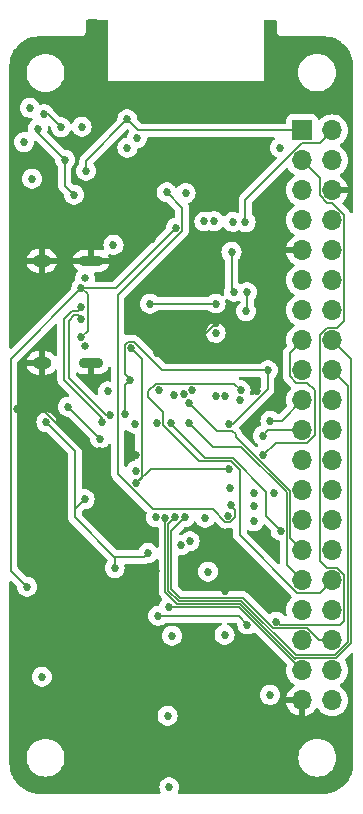
<source format=gbl>
G04 #@! TF.GenerationSoftware,KiCad,Pcbnew,7.0.2-0*
G04 #@! TF.CreationDate,2024-01-15T08:52:18+01:00*
G04 #@! TF.ProjectId,network_player,6e657477-6f72-46b5-9f70-6c617965722e,rev?*
G04 #@! TF.SameCoordinates,Original*
G04 #@! TF.FileFunction,Copper,L4,Bot*
G04 #@! TF.FilePolarity,Positive*
%FSLAX46Y46*%
G04 Gerber Fmt 4.6, Leading zero omitted, Abs format (unit mm)*
G04 Created by KiCad (PCBNEW 7.0.2-0) date 2024-01-15 08:52:18*
%MOMM*%
%LPD*%
G01*
G04 APERTURE LIST*
G04 #@! TA.AperFunction,ComponentPad*
%ADD10R,1.700000X1.700000*%
G04 #@! TD*
G04 #@! TA.AperFunction,ComponentPad*
%ADD11O,1.700000X1.700000*%
G04 #@! TD*
G04 #@! TA.AperFunction,ComponentPad*
%ADD12C,0.650000*%
G04 #@! TD*
G04 #@! TA.AperFunction,ComponentPad*
%ADD13O,2.100000X0.900000*%
G04 #@! TD*
G04 #@! TA.AperFunction,ComponentPad*
%ADD14O,1.600000X1.000000*%
G04 #@! TD*
G04 #@! TA.AperFunction,ViaPad*
%ADD15C,0.685800*%
G04 #@! TD*
G04 #@! TA.AperFunction,Conductor*
%ADD16C,0.127000*%
G04 #@! TD*
G04 #@! TA.AperFunction,Conductor*
%ADD17C,0.152400*%
G04 #@! TD*
G04 APERTURE END LIST*
D10*
X130720000Y-52210000D03*
D11*
X133260000Y-52210000D03*
X130720000Y-54750000D03*
X133260000Y-54750000D03*
X130720000Y-57290000D03*
X133260000Y-57290000D03*
X130720000Y-59830000D03*
X133260000Y-59830000D03*
X130720000Y-62370000D03*
X133260000Y-62370000D03*
X130720000Y-64910000D03*
X133260000Y-64910000D03*
X130720000Y-67450000D03*
X133260000Y-67450000D03*
X130720000Y-69990000D03*
X133260000Y-69990000D03*
X130720000Y-72530000D03*
X133260000Y-72530000D03*
X130720000Y-75070000D03*
X133260000Y-75070000D03*
X130720000Y-77610000D03*
X133260000Y-77610000D03*
X130720000Y-80150000D03*
X133260000Y-80150000D03*
X130720000Y-82690000D03*
X133260000Y-82690000D03*
X130720000Y-85230000D03*
X133260000Y-85230000D03*
X130720000Y-87770000D03*
X133260000Y-87770000D03*
X130720000Y-90310000D03*
X133260000Y-90310000D03*
X130720000Y-92850000D03*
X133260000Y-92850000D03*
X130720000Y-95390000D03*
X133260000Y-95390000D03*
X130720000Y-97930000D03*
X133260000Y-97930000D03*
X130720000Y-100470000D03*
X133260000Y-100470000D03*
D12*
X112350000Y-64690000D03*
X112350000Y-70470000D03*
D13*
X112850000Y-63260000D03*
D14*
X108670000Y-63260000D03*
D13*
X112850000Y-71900000D03*
D14*
X108670000Y-71900000D03*
D15*
X112025000Y-65575000D03*
X112025000Y-69725000D03*
X125925000Y-60000000D03*
X124950000Y-65875000D03*
X120025000Y-60475000D03*
X124741932Y-62491932D03*
X107425000Y-90850000D03*
X126875000Y-74300000D03*
X116080000Y-87140000D03*
X118450000Y-71100000D03*
X113639600Y-79375000D03*
X107880000Y-77220000D03*
X124158535Y-91255100D03*
X118390000Y-89550000D03*
X114450000Y-84000000D03*
X116636800Y-79700000D03*
X123399500Y-68550000D03*
X106590000Y-75800000D03*
X117640000Y-59740000D03*
X120775000Y-90775000D03*
X127630000Y-87070000D03*
X118050000Y-61449900D03*
X115925000Y-51275000D03*
X112425000Y-55625000D03*
X117691418Y-87997782D03*
X124531885Y-77053917D03*
X112302100Y-83455700D03*
X127810000Y-72530000D03*
X109067600Y-76911200D03*
X114850000Y-89275000D03*
X122748600Y-89570000D03*
X124150000Y-94925000D03*
X115734198Y-76240802D03*
X116179932Y-73350000D03*
X124510800Y-80848200D03*
X116225500Y-70625000D03*
X116687600Y-82092800D03*
X114750000Y-61900000D03*
X110884082Y-75609082D03*
X108675000Y-98475800D03*
X113625000Y-78325000D03*
X124212226Y-74731126D03*
X123400000Y-74720000D03*
X125946600Y-67538747D03*
X126075000Y-65925000D03*
X117825000Y-66900000D03*
X123399500Y-66875000D03*
X123399500Y-69362303D03*
X128325000Y-82950000D03*
X114270000Y-74320000D03*
X116547852Y-77055162D03*
X128010000Y-100010000D03*
X118631365Y-74185626D03*
X118450000Y-76956600D03*
X126660000Y-82940000D03*
X116730000Y-52870000D03*
X115930000Y-53670000D03*
X126610000Y-85320000D03*
X124675220Y-83920960D03*
X119250000Y-57450000D03*
X124425000Y-84825000D03*
X120850000Y-57525000D03*
X122440000Y-59930000D03*
X124630000Y-82500000D03*
X123251732Y-59899560D03*
X126620000Y-84010000D03*
X119450000Y-92550000D03*
X107189500Y-53206865D03*
X127429400Y-79705200D03*
X125510000Y-74230000D03*
X125500000Y-75080000D03*
X107660000Y-50307100D03*
X118340001Y-84989402D03*
X124841000Y-59969400D03*
X119325000Y-101775000D03*
X119475000Y-107825000D03*
X112050000Y-51900000D03*
X119152297Y-84992602D03*
X128850000Y-53690000D03*
X119964593Y-84989402D03*
X121200000Y-87000000D03*
X119700000Y-95000000D03*
X114480793Y-76280364D03*
X112027383Y-68150665D03*
X113816253Y-76944904D03*
X112027383Y-67210865D03*
X110290000Y-51950000D03*
X108850000Y-50840000D03*
X107852213Y-56307787D03*
X108336865Y-52059500D03*
X110630000Y-54690000D03*
X111400000Y-57670000D03*
X118541800Y-93319600D03*
X126089082Y-94052718D03*
X128538868Y-93816600D03*
X122504200Y-85013800D03*
X120688941Y-74568906D03*
X120453487Y-87328351D03*
X116637300Y-81050000D03*
X128036780Y-76794657D03*
X127401412Y-78080844D03*
X128892600Y-86094623D03*
X119600000Y-76956600D03*
X119870774Y-74617191D03*
X121110176Y-75265107D03*
X121150000Y-76956600D03*
X121405401Y-74186126D03*
X120776896Y-84989402D03*
D16*
X114925000Y-65575000D02*
X120025000Y-60475000D01*
X112025000Y-65575000D02*
X114925000Y-65575000D01*
X112560783Y-66110783D02*
X112025000Y-65575000D01*
X125925000Y-58073510D02*
X130748010Y-53250500D01*
X112025000Y-69725000D02*
X112560783Y-69189217D01*
X112560783Y-69189217D02*
X112560783Y-66110783D01*
X106056600Y-71543400D02*
X112025000Y-65575000D01*
X106056600Y-89481600D02*
X106056600Y-71543400D01*
X132219500Y-53250500D02*
X133260000Y-52210000D01*
X130748010Y-53250500D02*
X132219500Y-53250500D01*
X124741932Y-65666932D02*
X124950000Y-65875000D01*
X124741932Y-62491932D02*
X124741932Y-65666932D01*
X107425000Y-90850000D02*
X106056600Y-89481600D01*
X125925000Y-60000000D02*
X125925000Y-58073510D01*
X114450000Y-81539258D02*
X108710742Y-75800000D01*
X123678435Y-90775000D02*
X120775000Y-90775000D01*
X108710742Y-75800000D02*
X106590000Y-75800000D01*
X106590000Y-75930000D02*
X106590000Y-75800000D01*
X118050000Y-61449900D02*
X118050000Y-60150000D01*
X124158535Y-91255100D02*
X123678435Y-90775000D01*
X114450000Y-80185400D02*
X114450000Y-84000000D01*
X118050000Y-60150000D02*
X117640000Y-59740000D01*
X120849500Y-71100000D02*
X118450000Y-71100000D01*
X113639600Y-79375000D02*
X114450000Y-80185400D01*
X114450000Y-84000000D02*
X114450000Y-81539258D01*
X123399500Y-68550000D02*
X120849500Y-71100000D01*
X107880000Y-77220000D02*
X106700000Y-76040000D01*
X106700000Y-76040000D02*
X106590000Y-75930000D01*
X127810000Y-74119342D02*
X127810000Y-72530000D01*
X114833400Y-88341200D02*
X117348000Y-88341200D01*
X115734198Y-76240802D02*
X115734198Y-73795734D01*
X111480600Y-84988400D02*
X111480600Y-79324200D01*
X114833400Y-88341200D02*
X111480600Y-84988400D01*
X127810000Y-72530000D02*
X118884842Y-72530000D01*
X124531885Y-77053917D02*
X124875425Y-77053917D01*
X116446442Y-70091600D02*
X116004558Y-70091600D01*
X115692100Y-70404058D02*
X115692100Y-72862168D01*
X118884842Y-72530000D02*
X116446442Y-70091600D01*
X112425000Y-55625000D02*
X112425000Y-54775000D01*
X116004558Y-70091600D02*
X115692100Y-70404058D01*
X114850000Y-88357800D02*
X114833400Y-88341200D01*
X111480600Y-84277200D02*
X112302100Y-83455700D01*
X111480600Y-79324200D02*
X109067600Y-76911200D01*
X115925000Y-51275000D02*
X116860000Y-52210000D01*
X114850000Y-89275000D02*
X114850000Y-88357800D01*
X115692100Y-72862168D02*
X116179932Y-73350000D01*
X117348000Y-88341200D02*
X117691418Y-87997782D01*
X115734198Y-73795734D02*
X116179932Y-73350000D01*
X116860000Y-52210000D02*
X130720000Y-52210000D01*
X112425000Y-54775000D02*
X115925000Y-51275000D01*
X111480600Y-84988400D02*
X111480600Y-84277200D01*
X124875425Y-77053917D02*
X127810000Y-74119342D01*
X116225500Y-70625000D02*
X117170200Y-71569700D01*
X117170200Y-71569700D02*
X117170200Y-81610200D01*
X124510800Y-80848200D02*
X117932200Y-80848200D01*
X117932200Y-80848200D02*
X116687600Y-82092800D01*
X117170200Y-81610200D02*
X116687600Y-82092800D01*
X110909082Y-75609082D02*
X110884082Y-75609082D01*
X113625000Y-78325000D02*
X110909082Y-75609082D01*
X126075000Y-67410347D02*
X125946600Y-67538747D01*
X126075000Y-65925000D02*
X126075000Y-67410347D01*
X123374500Y-66900000D02*
X123399500Y-66875000D01*
X117825000Y-66900000D02*
X123374500Y-66900000D01*
X120558400Y-58758400D02*
X120558400Y-60695942D01*
X123137258Y-84291600D02*
X124204058Y-85358400D01*
X125075000Y-84320740D02*
X124675220Y-83920960D01*
X120558400Y-60695942D02*
X115116600Y-66137742D01*
X118132058Y-84291600D02*
X123137258Y-84291600D01*
X124645942Y-85358400D02*
X125075000Y-84929342D01*
X119250000Y-57450000D02*
X120558400Y-58758400D01*
X125075000Y-84929342D02*
X125075000Y-84320740D01*
X115116600Y-81276142D02*
X118132058Y-84291600D01*
X124204058Y-85358400D02*
X124645942Y-85358400D01*
X115116600Y-66137742D02*
X115116600Y-81276142D01*
X125340000Y-92550000D02*
X130720000Y-97930000D01*
X119450000Y-92550000D02*
X125340000Y-92550000D01*
X131775200Y-74194710D02*
X131150990Y-73570500D01*
X131150990Y-73570500D02*
X130212500Y-73570500D01*
X127429400Y-79705200D02*
X128484100Y-78650500D01*
X130212500Y-73570500D02*
X129679500Y-73037500D01*
X128484100Y-78650500D02*
X131150990Y-78650500D01*
X129679500Y-73037500D02*
X129679500Y-71030500D01*
X131775200Y-78026290D02*
X131775200Y-74194710D01*
X129679500Y-71030500D02*
X130720000Y-69990000D01*
X131150990Y-78650500D02*
X131775200Y-78026290D01*
X118331369Y-73652726D02*
X124932726Y-73652726D01*
X125446990Y-86508480D02*
X125446990Y-80928448D01*
X133260000Y-90310000D02*
X132219500Y-91350500D01*
X124932726Y-73652726D02*
X125510000Y-74230000D01*
X132219500Y-91350500D02*
X130289010Y-91350500D01*
X125446990Y-80928448D02*
X124731742Y-80213200D01*
X118983400Y-77177542D02*
X118983400Y-76058673D01*
X117675353Y-74750626D02*
X117675353Y-74308742D01*
X124731742Y-80213200D02*
X122019058Y-80213200D01*
X122019058Y-80213200D02*
X118983400Y-77177542D01*
X118983400Y-76058673D02*
X117675353Y-74750626D01*
X130289010Y-91350500D02*
X125446990Y-86508480D01*
X117675353Y-74308742D02*
X118331369Y-73652726D01*
X134823200Y-95657500D02*
X134823200Y-71553200D01*
X119152297Y-91288497D02*
X120159800Y-92296000D01*
X125445210Y-92296000D02*
X130098800Y-96949590D01*
X120159800Y-92296000D02*
X125445210Y-92296000D01*
X119152297Y-84992602D02*
X119152297Y-91288497D01*
X133591200Y-96889500D02*
X134823200Y-95657500D01*
X130098800Y-96949590D02*
X130158890Y-96889500D01*
X134823200Y-71553200D02*
X133260000Y-69990000D01*
X130158890Y-96889500D02*
X133591200Y-96889500D01*
X125570000Y-92042000D02*
X130163500Y-96635500D01*
X119406297Y-85547698D02*
X119406297Y-91183287D01*
X119963198Y-84989402D02*
X119938800Y-85013800D01*
X119964593Y-84989402D02*
X119406297Y-85547698D01*
X119406297Y-91183287D02*
X120265010Y-92042000D01*
X119964593Y-84989402D02*
X119963198Y-84989402D01*
X133485990Y-96635500D02*
X134569200Y-95552290D01*
X134569200Y-73839200D02*
X133260000Y-72530000D01*
X130163500Y-96635500D02*
X133485990Y-96635500D01*
X134569200Y-95552290D02*
X134569200Y-73839200D01*
X120265010Y-92042000D02*
X125570000Y-92042000D01*
X119938800Y-85013800D02*
X119968142Y-85013800D01*
D17*
X114480793Y-76280364D02*
X114103622Y-76280364D01*
X111760684Y-67883966D02*
X112027383Y-68150665D01*
X111428404Y-67883966D02*
X111760684Y-67883966D01*
X110978200Y-68334170D02*
X111428404Y-67883966D01*
X110978200Y-73154942D02*
X110978200Y-68334170D01*
X114103622Y-76280364D02*
X110978200Y-73154942D01*
X110571800Y-73323280D02*
X110571800Y-68165830D01*
X110571800Y-68165830D02*
X111260066Y-67477564D01*
X111760684Y-67477564D02*
X112027383Y-67210865D01*
X111260066Y-67477564D02*
X111760684Y-67477564D01*
X113816253Y-76567733D02*
X110571800Y-73323280D01*
X113816253Y-76944904D02*
X113816253Y-76567733D01*
D16*
X108850000Y-50840000D02*
X109180000Y-50840000D01*
X109180000Y-50840000D02*
X110290000Y-51950000D01*
X110630000Y-54690000D02*
X110630000Y-56900000D01*
X110630000Y-56900000D02*
X111400000Y-57670000D01*
X108336865Y-52059500D02*
X108336865Y-52396865D01*
X108336865Y-52396865D02*
X110630000Y-54690000D01*
X125355964Y-93319600D02*
X126089082Y-94052718D01*
X134300500Y-68339990D02*
X134300500Y-59399010D01*
X134300500Y-93739990D02*
X134300500Y-89879010D01*
X133690990Y-68949500D02*
X134300500Y-68339990D01*
X132829010Y-89269500D02*
X132219500Y-88659990D01*
X132829010Y-58330500D02*
X132219500Y-57720990D01*
X132219500Y-69559010D02*
X132829010Y-68949500D01*
X133690990Y-89269500D02*
X132829010Y-89269500D01*
X134300500Y-89879010D02*
X133690990Y-89269500D01*
X132219500Y-56249500D02*
X130720000Y-54750000D01*
X133944990Y-94095500D02*
X134300500Y-93739990D01*
X128538868Y-93816600D02*
X128817768Y-94095500D01*
X134300500Y-59399010D02*
X133231990Y-58330500D01*
X128817768Y-94095500D02*
X133944990Y-94095500D01*
X133231990Y-58330500D02*
X132829010Y-58330500D01*
X132219500Y-88659990D02*
X132219500Y-69559010D01*
X118541800Y-93319600D02*
X125355964Y-93319600D01*
X132829010Y-68949500D02*
X133690990Y-68949500D01*
X132219500Y-57720990D02*
X132219500Y-56249500D01*
X128995343Y-76794657D02*
X130720000Y-75070000D01*
X128036780Y-76794657D02*
X128995343Y-76794657D01*
X127872256Y-77610000D02*
X130720000Y-77610000D01*
X127401412Y-78080844D02*
X127872256Y-77610000D01*
X119600000Y-76956600D02*
X119600000Y-77034483D01*
X124836952Y-79959200D02*
X127700000Y-82822248D01*
X127700000Y-82822248D02*
X127700000Y-84902023D01*
X122524717Y-79959200D02*
X124836952Y-79959200D01*
X127700000Y-84902023D02*
X128892600Y-86094623D01*
X119600000Y-77034483D02*
X122524717Y-79959200D01*
X124794650Y-77632947D02*
X123478016Y-77632947D01*
X125089798Y-77928095D02*
X124794650Y-77632947D01*
X129679500Y-86729500D02*
X129679500Y-82740300D01*
X130720000Y-87770000D02*
X129679500Y-86729500D01*
X129679500Y-82740300D02*
X125089798Y-78150598D01*
X123478016Y-77632947D02*
X121110176Y-75265107D01*
X125089798Y-78150598D02*
X125089798Y-77928095D01*
X130720000Y-90310000D02*
X129425500Y-89015500D01*
X123187400Y-78994000D02*
X121150000Y-76956600D01*
X129425500Y-89015500D02*
X129425500Y-82867300D01*
X125552200Y-78994000D02*
X123187400Y-78994000D01*
X129425500Y-82867300D02*
X125552200Y-78994000D01*
X125675210Y-91788000D02*
X128236710Y-94349500D01*
X128236710Y-94349500D02*
X131150990Y-94349500D01*
X132191490Y-95390000D02*
X133260000Y-95390000D01*
X131150990Y-94349500D02*
X132191490Y-95390000D01*
X120776896Y-84989402D02*
X119660297Y-86106001D01*
X119660297Y-91059897D02*
X120388400Y-91788000D01*
X119660297Y-86106001D02*
X119660297Y-91059897D01*
X120388400Y-91788000D02*
X125675210Y-91788000D01*
G04 #@! TA.AperFunction,Conductor*
G36*
X114129984Y-42828752D02*
G01*
X114196994Y-42848536D01*
X114242671Y-42901408D01*
X114253800Y-42952752D01*
X114253799Y-48067999D01*
X114253800Y-48068000D01*
X127453799Y-48068000D01*
X127453800Y-48068000D01*
X127453800Y-47320199D01*
X130372951Y-47320199D01*
X130392717Y-47571349D01*
X130451526Y-47816310D01*
X130462048Y-47841711D01*
X130547934Y-48049059D01*
X130679564Y-48263859D01*
X130843176Y-48455424D01*
X131034741Y-48619036D01*
X131249541Y-48750666D01*
X131482289Y-48847073D01*
X131727252Y-48905883D01*
X131915518Y-48920700D01*
X131917963Y-48920700D01*
X132038837Y-48920700D01*
X132041282Y-48920700D01*
X132229548Y-48905883D01*
X132474511Y-48847073D01*
X132707259Y-48750666D01*
X132922059Y-48619036D01*
X133113624Y-48455424D01*
X133277236Y-48263859D01*
X133408866Y-48049059D01*
X133505273Y-47816311D01*
X133564083Y-47571348D01*
X133583849Y-47320200D01*
X133564083Y-47069052D01*
X133505273Y-46824089D01*
X133408866Y-46591341D01*
X133277236Y-46376541D01*
X133113624Y-46184976D01*
X132922059Y-46021364D01*
X132707259Y-45889734D01*
X132555513Y-45826879D01*
X132474510Y-45793326D01*
X132229549Y-45734517D01*
X132043716Y-45719891D01*
X132043701Y-45719890D01*
X132041282Y-45719700D01*
X131915518Y-45719700D01*
X131913099Y-45719890D01*
X131913083Y-45719891D01*
X131727250Y-45734517D01*
X131482289Y-45793326D01*
X131249539Y-45889735D01*
X131034742Y-46021363D01*
X130843176Y-46184976D01*
X130679563Y-46376542D01*
X130547935Y-46591339D01*
X130451526Y-46824089D01*
X130392717Y-47069050D01*
X130372951Y-47320199D01*
X127453800Y-47320199D01*
X127453799Y-42972704D01*
X127473484Y-42905666D01*
X127526288Y-42859911D01*
X127577981Y-42848705D01*
X128433084Y-42849974D01*
X128500094Y-42869758D01*
X128545771Y-42922630D01*
X128556900Y-42973974D01*
X128556900Y-43836160D01*
X128564590Y-43862353D01*
X128568347Y-43879626D01*
X128572235Y-43906655D01*
X128572235Y-43906657D01*
X128583573Y-43931483D01*
X128589754Y-43948057D01*
X128597445Y-43974249D01*
X128597446Y-43974251D01*
X128597447Y-43974253D01*
X128612210Y-43997225D01*
X128620683Y-44012743D01*
X128632022Y-44037572D01*
X128649895Y-44058198D01*
X128660497Y-44072362D01*
X128675255Y-44095327D01*
X128695887Y-44113205D01*
X128708392Y-44125710D01*
X128726272Y-44146343D01*
X128749236Y-44161101D01*
X128763402Y-44171705D01*
X128784025Y-44189576D01*
X128784026Y-44189576D01*
X128784027Y-44189577D01*
X128808855Y-44200915D01*
X128824377Y-44209392D01*
X128847344Y-44224152D01*
X128873535Y-44231842D01*
X128890113Y-44238026D01*
X128910591Y-44247377D01*
X128914943Y-44249365D01*
X128941970Y-44253251D01*
X128959249Y-44257010D01*
X128985439Y-44264700D01*
X129021601Y-44264700D01*
X132547508Y-44264700D01*
X132609649Y-44264700D01*
X132617136Y-44264926D01*
X132897674Y-44281895D01*
X132912536Y-44283700D01*
X132990117Y-44297917D01*
X133185292Y-44333684D01*
X133199825Y-44337266D01*
X133464564Y-44419762D01*
X133478552Y-44425067D01*
X133731421Y-44538875D01*
X133744675Y-44545831D01*
X133758003Y-44553888D01*
X133981988Y-44689291D01*
X133994299Y-44697789D01*
X134212586Y-44868806D01*
X134223794Y-44878736D01*
X134419863Y-45074805D01*
X134429793Y-45086013D01*
X134600806Y-45304294D01*
X134609312Y-45316617D01*
X134752768Y-45553924D01*
X134759726Y-45567182D01*
X134861506Y-45793327D01*
X134873527Y-45820035D01*
X134878837Y-45834037D01*
X134961332Y-46098772D01*
X134964916Y-46113311D01*
X135014899Y-46386063D01*
X135016704Y-46400927D01*
X135033674Y-46681463D01*
X135033900Y-46688950D01*
X135033900Y-46767004D01*
X135033934Y-46767272D01*
X135039226Y-59085207D01*
X135019570Y-59152255D01*
X134966786Y-59198032D01*
X134897632Y-59208005D01*
X134834064Y-59179008D01*
X134800665Y-59132713D01*
X134793153Y-59114577D01*
X134771686Y-59086600D01*
X134718297Y-59017021D01*
X134702750Y-58996759D01*
X134679611Y-58979004D01*
X134667417Y-58968310D01*
X134166828Y-58467721D01*
X134133343Y-58406398D01*
X134138327Y-58336706D01*
X134166828Y-58292358D01*
X134298109Y-58161077D01*
X134433600Y-57967576D01*
X134533430Y-57753492D01*
X134590636Y-57540000D01*
X133693686Y-57540000D01*
X133719493Y-57499844D01*
X133760000Y-57361889D01*
X133760000Y-57218111D01*
X133719493Y-57080156D01*
X133693686Y-57040000D01*
X134590636Y-57040000D01*
X134590635Y-57039999D01*
X134533430Y-56826507D01*
X134433599Y-56612421D01*
X134298109Y-56418921D01*
X134131081Y-56251893D01*
X133945404Y-56121880D01*
X133901780Y-56067303D01*
X133894587Y-55997804D01*
X133926109Y-55935450D01*
X133945399Y-55918734D01*
X134131401Y-55788495D01*
X134298495Y-55621401D01*
X134434035Y-55427830D01*
X134533903Y-55213663D01*
X134595063Y-54985408D01*
X134615659Y-54750000D01*
X134610409Y-54689999D01*
X134595063Y-54514592D01*
X134552299Y-54354994D01*
X134533903Y-54286337D01*
X134434035Y-54072171D01*
X134298495Y-53878599D01*
X134131401Y-53711505D01*
X133945839Y-53581573D01*
X133902216Y-53526998D01*
X133895022Y-53457500D01*
X133926545Y-53395145D01*
X133945837Y-53378428D01*
X134131401Y-53248495D01*
X134298495Y-53081401D01*
X134434035Y-52887830D01*
X134533903Y-52673663D01*
X134595063Y-52445408D01*
X134615659Y-52210000D01*
X134595063Y-51974592D01*
X134533903Y-51746337D01*
X134434035Y-51532171D01*
X134298495Y-51338599D01*
X134131401Y-51171505D01*
X133937830Y-51035965D01*
X133723663Y-50936097D01*
X133662501Y-50919709D01*
X133495407Y-50874936D01*
X133259999Y-50854340D01*
X133024592Y-50874936D01*
X132796336Y-50936097D01*
X132582170Y-51035965D01*
X132388601Y-51171503D01*
X132266673Y-51293431D01*
X132205350Y-51326915D01*
X132135658Y-51321931D01*
X132079725Y-51280059D01*
X132062810Y-51249082D01*
X132050311Y-51215570D01*
X132013796Y-51117669D01*
X131927546Y-51002454D01*
X131812331Y-50916204D01*
X131677483Y-50865909D01*
X131617873Y-50859500D01*
X131614550Y-50859500D01*
X129825439Y-50859500D01*
X129825420Y-50859500D01*
X129822128Y-50859501D01*
X129818848Y-50859853D01*
X129818840Y-50859854D01*
X129762515Y-50865909D01*
X129627669Y-50916204D01*
X129512454Y-51002454D01*
X129426204Y-51117668D01*
X129408338Y-51165571D01*
X129375909Y-51252517D01*
X129369500Y-51312127D01*
X129369500Y-51315448D01*
X129369500Y-51315449D01*
X129369500Y-51522000D01*
X129349815Y-51589039D01*
X129297011Y-51634794D01*
X129245500Y-51646000D01*
X117144979Y-51646000D01*
X117077940Y-51626315D01*
X117057298Y-51609681D01*
X116810018Y-51362401D01*
X116776533Y-51301078D01*
X116774378Y-51287681D01*
X116773045Y-51275003D01*
X116773046Y-51275000D01*
X116754514Y-51098681D01*
X116752817Y-51093459D01*
X116699729Y-50930069D01*
X116611084Y-50776530D01*
X116492453Y-50644777D01*
X116349023Y-50540570D01*
X116187060Y-50468459D01*
X116013648Y-50431600D01*
X116013645Y-50431600D01*
X115836355Y-50431600D01*
X115836352Y-50431600D01*
X115662939Y-50468459D01*
X115500976Y-50540570D01*
X115357546Y-50644777D01*
X115238915Y-50776530D01*
X115150270Y-50930069D01*
X115097182Y-51093460D01*
X115095486Y-51098681D01*
X115079678Y-51249082D01*
X115075621Y-51287682D01*
X115049036Y-51352297D01*
X115039981Y-51362401D01*
X112058080Y-54344301D01*
X112045888Y-54354994D01*
X112022749Y-54372750D01*
X111987598Y-54418558D01*
X111987588Y-54418573D01*
X111932347Y-54490566D01*
X111875517Y-54627766D01*
X111856132Y-54774999D01*
X111859939Y-54803908D01*
X111861000Y-54820095D01*
X111860999Y-54943344D01*
X111841314Y-55010383D01*
X111829150Y-55026315D01*
X111738913Y-55126533D01*
X111650270Y-55280069D01*
X111597918Y-55441196D01*
X111595486Y-55448681D01*
X111576954Y-55625000D01*
X111595486Y-55801319D01*
X111595487Y-55801322D01*
X111650270Y-55969930D01*
X111738915Y-56123469D01*
X111857546Y-56255222D01*
X112000976Y-56359429D01*
X112162939Y-56431540D01*
X112336352Y-56468400D01*
X112336355Y-56468400D01*
X112513648Y-56468400D01*
X112643706Y-56440754D01*
X112687061Y-56431540D01*
X112849023Y-56359429D01*
X112992454Y-56255221D01*
X113111084Y-56123469D01*
X113199729Y-55969931D01*
X113254514Y-55801319D01*
X113273046Y-55625000D01*
X113254514Y-55448681D01*
X113199729Y-55280069D01*
X113111084Y-55126531D01*
X113076110Y-55087689D01*
X113045881Y-55024699D01*
X113054505Y-54955364D01*
X113080576Y-54917039D01*
X115837320Y-52160295D01*
X115898641Y-52126812D01*
X115968333Y-52131796D01*
X116012680Y-52160297D01*
X116045991Y-52193608D01*
X116079476Y-52254931D01*
X116074492Y-52324623D01*
X116050464Y-52364257D01*
X116043916Y-52371529D01*
X115955270Y-52525069D01*
X115906990Y-52673663D01*
X115900486Y-52693681D01*
X115896965Y-52727184D01*
X115870380Y-52791798D01*
X115813082Y-52831782D01*
X115799425Y-52835511D01*
X115667939Y-52863459D01*
X115505976Y-52935570D01*
X115362546Y-53039777D01*
X115243915Y-53171530D01*
X115155270Y-53325069D01*
X115100487Y-53493677D01*
X115100486Y-53493681D01*
X115081954Y-53670000D01*
X115100486Y-53846319D01*
X115100487Y-53846322D01*
X115155270Y-54014930D01*
X115243915Y-54168469D01*
X115362546Y-54300222D01*
X115505976Y-54404429D01*
X115667939Y-54476540D01*
X115841352Y-54513400D01*
X115841355Y-54513400D01*
X116018648Y-54513400D01*
X116148707Y-54485754D01*
X116192061Y-54476540D01*
X116354023Y-54404429D01*
X116422065Y-54354994D01*
X116497453Y-54300222D01*
X116616084Y-54168469D01*
X116704729Y-54014931D01*
X116759514Y-53846319D01*
X116763035Y-53812814D01*
X116789618Y-53748203D01*
X116846915Y-53708218D01*
X116860575Y-53704488D01*
X116940096Y-53687585D01*
X116992061Y-53676540D01*
X117154023Y-53604429D01*
X117226468Y-53551795D01*
X117297453Y-53500222D01*
X117315386Y-53480306D01*
X117416084Y-53368469D01*
X117504729Y-53214931D01*
X117559514Y-53046319D01*
X117576465Y-52885036D01*
X117603050Y-52820424D01*
X117660347Y-52780439D01*
X117699786Y-52774000D01*
X128294254Y-52774000D01*
X128361293Y-52793685D01*
X128407048Y-52846489D01*
X128416992Y-52915647D01*
X128387967Y-52979203D01*
X128367139Y-52998318D01*
X128282546Y-53059777D01*
X128163915Y-53191530D01*
X128075270Y-53345069D01*
X128026984Y-53493681D01*
X128020486Y-53513681D01*
X128001954Y-53690000D01*
X128020486Y-53866319D01*
X128020487Y-53866322D01*
X128075270Y-54034930D01*
X128163915Y-54188469D01*
X128282546Y-54320222D01*
X128425976Y-54424429D01*
X128503666Y-54459020D01*
X128556903Y-54504270D01*
X128577224Y-54571119D01*
X128558178Y-54638343D01*
X128540911Y-54659980D01*
X125558080Y-57642811D01*
X125545888Y-57653504D01*
X125522749Y-57671260D01*
X125487598Y-57717068D01*
X125487588Y-57717083D01*
X125432347Y-57789076D01*
X125375517Y-57926276D01*
X125356132Y-58073509D01*
X125359939Y-58102418D01*
X125361000Y-58118604D01*
X125361000Y-59086758D01*
X125341315Y-59153797D01*
X125288511Y-59199552D01*
X125219353Y-59209496D01*
X125186565Y-59200038D01*
X125103058Y-59162858D01*
X124929648Y-59126000D01*
X124929645Y-59126000D01*
X124752355Y-59126000D01*
X124752352Y-59126000D01*
X124578939Y-59162859D01*
X124416976Y-59234970D01*
X124273546Y-59339178D01*
X124161404Y-59463723D01*
X124101918Y-59500371D01*
X124032061Y-59499040D01*
X123974012Y-59460153D01*
X123961868Y-59442749D01*
X123937817Y-59401092D01*
X123819185Y-59269337D01*
X123675755Y-59165130D01*
X123513792Y-59093019D01*
X123340380Y-59056160D01*
X123340377Y-59056160D01*
X123163087Y-59056160D01*
X123163084Y-59056160D01*
X122989676Y-59093018D01*
X122989671Y-59093019D01*
X122989671Y-59093020D01*
X122915598Y-59126000D01*
X122862118Y-59149811D01*
X122792868Y-59159095D01*
X122761247Y-59149811D01*
X122702058Y-59123458D01*
X122528648Y-59086600D01*
X122528645Y-59086600D01*
X122351355Y-59086600D01*
X122351352Y-59086600D01*
X122177939Y-59123459D01*
X122015976Y-59195570D01*
X121872546Y-59299777D01*
X121753915Y-59431530D01*
X121665270Y-59585069D01*
X121610487Y-59753677D01*
X121610486Y-59753681D01*
X121591954Y-59930000D01*
X121610486Y-60106319D01*
X121610487Y-60106322D01*
X121665270Y-60274930D01*
X121753915Y-60428469D01*
X121872546Y-60560222D01*
X122015976Y-60664429D01*
X122177939Y-60736540D01*
X122351352Y-60773400D01*
X122351355Y-60773400D01*
X122528648Y-60773400D01*
X122702057Y-60736541D01*
X122702057Y-60736540D01*
X122702061Y-60736540D01*
X122829615Y-60679748D01*
X122898862Y-60670463D01*
X122930485Y-60679749D01*
X122989671Y-60706101D01*
X123163084Y-60742960D01*
X123163087Y-60742960D01*
X123340380Y-60742960D01*
X123470439Y-60715314D01*
X123513793Y-60706100D01*
X123675755Y-60633989D01*
X123680941Y-60630221D01*
X123819185Y-60529782D01*
X123831739Y-60515840D01*
X123931325Y-60405237D01*
X123990813Y-60368588D01*
X124060670Y-60369919D01*
X124118718Y-60408805D01*
X124130863Y-60426209D01*
X124154915Y-60467869D01*
X124273546Y-60599622D01*
X124416976Y-60703829D01*
X124578939Y-60775940D01*
X124752352Y-60812800D01*
X124752355Y-60812800D01*
X124929648Y-60812800D01*
X125059706Y-60785154D01*
X125103061Y-60775940D01*
X125265023Y-60703829D01*
X125289055Y-60686368D01*
X125354859Y-60662888D01*
X125422914Y-60678712D01*
X125434821Y-60686364D01*
X125500977Y-60734429D01*
X125500978Y-60734429D01*
X125500979Y-60734430D01*
X125662939Y-60806540D01*
X125836352Y-60843400D01*
X125836355Y-60843400D01*
X126013648Y-60843400D01*
X126157609Y-60812800D01*
X126187061Y-60806540D01*
X126349023Y-60734429D01*
X126351115Y-60732909D01*
X126492453Y-60630222D01*
X126611084Y-60498469D01*
X126628751Y-60467869D01*
X126699729Y-60344931D01*
X126754514Y-60176319D01*
X126773046Y-60000000D01*
X126754514Y-59823681D01*
X126699729Y-59655069D01*
X126691109Y-59640138D01*
X126611086Y-59501533D01*
X126596513Y-59485349D01*
X126520847Y-59401313D01*
X126490619Y-59338324D01*
X126488999Y-59318354D01*
X126488999Y-58358486D01*
X126508684Y-58291448D01*
X126525313Y-58270811D01*
X129368301Y-55427823D01*
X129429622Y-55394340D01*
X129499314Y-55399324D01*
X129555247Y-55441196D01*
X129557550Y-55444375D01*
X129681505Y-55621401D01*
X129848599Y-55788495D01*
X130034160Y-55918426D01*
X130077783Y-55973002D01*
X130084976Y-56042501D01*
X130053454Y-56104855D01*
X130034158Y-56121575D01*
X129851463Y-56249500D01*
X129848595Y-56251508D01*
X129681505Y-56418598D01*
X129545965Y-56612170D01*
X129446097Y-56826336D01*
X129384936Y-57054592D01*
X129364340Y-57290000D01*
X129384936Y-57525407D01*
X129416692Y-57643920D01*
X129446097Y-57753663D01*
X129545965Y-57967830D01*
X129681505Y-58161401D01*
X129848599Y-58328495D01*
X130034160Y-58458426D01*
X130077783Y-58513002D01*
X130084976Y-58582501D01*
X130053454Y-58644855D01*
X130034158Y-58661575D01*
X129895880Y-58758399D01*
X129848595Y-58791508D01*
X129681505Y-58958598D01*
X129545965Y-59152170D01*
X129446097Y-59366336D01*
X129384936Y-59594592D01*
X129364340Y-59829999D01*
X129384936Y-60065407D01*
X129414655Y-60176319D01*
X129446097Y-60293663D01*
X129545965Y-60507830D01*
X129681505Y-60701401D01*
X129848599Y-60868495D01*
X130034596Y-60998732D01*
X130078219Y-61053307D01*
X130085412Y-61122806D01*
X130053890Y-61185160D01*
X130034595Y-61201880D01*
X129848919Y-61331892D01*
X129681890Y-61498921D01*
X129546400Y-61692421D01*
X129446569Y-61906507D01*
X129389364Y-62119999D01*
X129389364Y-62120000D01*
X130286314Y-62120000D01*
X130260507Y-62160156D01*
X130220000Y-62298111D01*
X130220000Y-62441889D01*
X130260507Y-62579844D01*
X130286314Y-62620000D01*
X129389364Y-62620000D01*
X129446569Y-62833492D01*
X129546399Y-63047576D01*
X129681893Y-63241081D01*
X129848918Y-63408106D01*
X130034595Y-63538119D01*
X130078219Y-63592696D01*
X130085412Y-63662195D01*
X130053890Y-63724549D01*
X130034595Y-63741269D01*
X129848595Y-63871508D01*
X129681505Y-64038598D01*
X129545965Y-64232170D01*
X129446097Y-64446336D01*
X129384936Y-64674592D01*
X129364340Y-64909999D01*
X129384936Y-65145407D01*
X129411563Y-65244779D01*
X129446097Y-65373663D01*
X129545965Y-65587830D01*
X129681505Y-65781401D01*
X129848599Y-65948495D01*
X130034160Y-66078426D01*
X130077783Y-66133002D01*
X130084976Y-66202501D01*
X130053454Y-66264855D01*
X130034158Y-66281575D01*
X129862844Y-66401531D01*
X129848595Y-66411508D01*
X129681505Y-66578598D01*
X129545965Y-66772170D01*
X129446097Y-66986336D01*
X129384936Y-67214592D01*
X129364340Y-67450000D01*
X129384936Y-67685407D01*
X129410496Y-67780798D01*
X129446097Y-67913663D01*
X129545965Y-68127830D01*
X129681505Y-68321401D01*
X129848599Y-68488495D01*
X130034160Y-68618426D01*
X130077783Y-68673002D01*
X130084976Y-68742501D01*
X130053454Y-68804855D01*
X130034159Y-68821575D01*
X129848595Y-68951508D01*
X129681505Y-69118598D01*
X129545965Y-69312170D01*
X129446097Y-69526336D01*
X129384936Y-69754592D01*
X129364340Y-69990000D01*
X129384936Y-70225407D01*
X129430235Y-70394466D01*
X129428572Y-70464316D01*
X129398141Y-70514240D01*
X129312580Y-70599801D01*
X129300388Y-70610494D01*
X129277249Y-70628250D01*
X129242098Y-70674058D01*
X129242088Y-70674073D01*
X129186847Y-70746066D01*
X129130017Y-70883266D01*
X129110632Y-71030499D01*
X129114439Y-71059408D01*
X129115500Y-71075594D01*
X129115500Y-72992404D01*
X129114439Y-73008589D01*
X129110632Y-73037499D01*
X129122638Y-73128684D01*
X129130017Y-73184734D01*
X129186847Y-73321933D01*
X129187881Y-73323280D01*
X129226338Y-73373400D01*
X129277249Y-73439749D01*
X129300383Y-73457500D01*
X129312579Y-73468196D01*
X129774562Y-73930179D01*
X129808047Y-73991502D01*
X129803063Y-74061194D01*
X129774563Y-74105541D01*
X129681503Y-74198601D01*
X129545965Y-74392170D01*
X129446097Y-74606336D01*
X129384936Y-74834592D01*
X129364340Y-75070000D01*
X129384936Y-75305407D01*
X129430235Y-75474467D01*
X129428572Y-75544317D01*
X129398141Y-75594241D01*
X128802625Y-76189757D01*
X128741302Y-76223242D01*
X128671610Y-76218258D01*
X128622795Y-76185049D01*
X128604234Y-76164435D01*
X128460803Y-76060227D01*
X128298840Y-75988116D01*
X128125428Y-75951257D01*
X128125425Y-75951257D01*
X127948135Y-75951257D01*
X127948132Y-75951257D01*
X127774719Y-75988116D01*
X127612756Y-76060227D01*
X127469326Y-76164434D01*
X127350695Y-76296187D01*
X127262050Y-76449726D01*
X127227700Y-76555447D01*
X127207266Y-76618338D01*
X127188734Y-76794657D01*
X127207266Y-76970976D01*
X127207267Y-76970979D01*
X127252511Y-77110230D01*
X127254506Y-77180071D01*
X127218425Y-77239904D01*
X127160363Y-77269837D01*
X127139350Y-77274303D01*
X126977388Y-77346414D01*
X126833958Y-77450621D01*
X126715327Y-77582374D01*
X126626682Y-77735913D01*
X126576832Y-77889340D01*
X126571898Y-77904525D01*
X126553366Y-78080844D01*
X126571898Y-78257163D01*
X126571899Y-78257166D01*
X126626682Y-78425774D01*
X126715327Y-78579313D01*
X126833958Y-78711066D01*
X126960317Y-78802871D01*
X127002983Y-78858201D01*
X127008962Y-78927814D01*
X126976356Y-78989609D01*
X126960317Y-79003507D01*
X126918578Y-79033832D01*
X126852772Y-79057312D01*
X126784718Y-79041486D01*
X126758012Y-79021195D01*
X125687480Y-77950663D01*
X125653995Y-77889340D01*
X125652225Y-77879183D01*
X125639281Y-77780861D01*
X125582451Y-77643662D01*
X125557008Y-77610504D01*
X125535423Y-77582374D01*
X125520297Y-77562661D01*
X125492048Y-77525845D01*
X125468912Y-77508092D01*
X125456715Y-77497396D01*
X125430818Y-77471498D01*
X125397334Y-77410174D01*
X125402320Y-77340482D01*
X125430818Y-77296139D01*
X128176924Y-74550033D01*
X128189114Y-74539344D01*
X128212250Y-74521592D01*
X128288894Y-74421707D01*
X128302653Y-74403775D01*
X128359483Y-74266576D01*
X128378868Y-74119342D01*
X128375061Y-74090424D01*
X128374000Y-74074239D01*
X128374000Y-73211656D01*
X128393685Y-73144617D01*
X128405850Y-73128684D01*
X128496084Y-73028469D01*
X128525608Y-72977332D01*
X128584729Y-72874931D01*
X128639514Y-72706319D01*
X128658046Y-72530000D01*
X128639514Y-72353681D01*
X128584729Y-72185069D01*
X128524206Y-72080240D01*
X128496084Y-72031530D01*
X128377453Y-71899777D01*
X128234023Y-71795570D01*
X128072060Y-71723459D01*
X127898648Y-71686600D01*
X127898645Y-71686600D01*
X127721355Y-71686600D01*
X127721352Y-71686600D01*
X127547939Y-71723459D01*
X127385976Y-71795570D01*
X127242546Y-71899777D01*
X127219862Y-71924972D01*
X127160376Y-71961621D01*
X127127712Y-71966000D01*
X119169820Y-71966000D01*
X119102781Y-71946315D01*
X119082139Y-71929681D01*
X117983488Y-70831030D01*
X116877138Y-69724679D01*
X116866442Y-69712483D01*
X116862414Y-69707234D01*
X116848692Y-69689350D01*
X116730875Y-69598947D01*
X116593676Y-69542117D01*
X116483410Y-69527600D01*
X116446442Y-69522733D01*
X116417531Y-69526539D01*
X116401348Y-69527600D01*
X116049652Y-69527600D01*
X116033468Y-69526539D01*
X116004558Y-69522733D01*
X116004557Y-69522733D01*
X115986073Y-69525166D01*
X115967590Y-69527600D01*
X115940023Y-69531229D01*
X115857321Y-69542117D01*
X115852050Y-69544301D01*
X115782581Y-69551768D01*
X115720102Y-69520492D01*
X115684451Y-69460403D01*
X115680600Y-69429739D01*
X115680600Y-69362303D01*
X122551454Y-69362303D01*
X122569986Y-69538622D01*
X122569987Y-69538625D01*
X122624770Y-69707233D01*
X122713415Y-69860772D01*
X122832046Y-69992525D01*
X122975476Y-70096732D01*
X123137439Y-70168843D01*
X123310852Y-70205703D01*
X123310855Y-70205703D01*
X123488148Y-70205703D01*
X123618206Y-70178057D01*
X123661561Y-70168843D01*
X123823523Y-70096732D01*
X123862794Y-70068200D01*
X123966953Y-69992525D01*
X123969228Y-69989999D01*
X124085584Y-69860772D01*
X124174229Y-69707234D01*
X124229014Y-69538622D01*
X124247546Y-69362303D01*
X124229014Y-69185984D01*
X124174229Y-69017372D01*
X124174228Y-69017371D01*
X124085584Y-68863833D01*
X123966953Y-68732080D01*
X123823523Y-68627873D01*
X123661560Y-68555762D01*
X123488148Y-68518903D01*
X123488145Y-68518903D01*
X123310855Y-68518903D01*
X123310852Y-68518903D01*
X123137439Y-68555762D01*
X122975476Y-68627873D01*
X122832046Y-68732080D01*
X122713415Y-68863833D01*
X122624770Y-69017372D01*
X122572389Y-69178588D01*
X122569986Y-69185984D01*
X122551454Y-69362303D01*
X115680600Y-69362303D01*
X115680600Y-66900000D01*
X116976954Y-66900000D01*
X116995486Y-67076319D01*
X116995487Y-67076322D01*
X117050270Y-67244930D01*
X117138915Y-67398469D01*
X117257546Y-67530222D01*
X117400976Y-67634429D01*
X117562939Y-67706540D01*
X117736352Y-67743400D01*
X117736355Y-67743400D01*
X117913648Y-67743400D01*
X118046934Y-67715069D01*
X118087061Y-67706540D01*
X118249023Y-67634429D01*
X118380719Y-67538747D01*
X118392453Y-67530222D01*
X118415138Y-67505028D01*
X118474624Y-67468379D01*
X118507288Y-67464000D01*
X122739722Y-67464000D01*
X122806761Y-67483685D01*
X122831872Y-67505028D01*
X122832047Y-67505222D01*
X122975476Y-67609429D01*
X123137439Y-67681540D01*
X123310852Y-67718400D01*
X123310855Y-67718400D01*
X123488148Y-67718400D01*
X123643363Y-67685408D01*
X123661561Y-67681540D01*
X123823523Y-67609429D01*
X123920809Y-67538747D01*
X123966953Y-67505222D01*
X124004070Y-67464000D01*
X124085584Y-67373469D01*
X124174229Y-67219931D01*
X124229014Y-67051319D01*
X124247546Y-66875000D01*
X124229014Y-66698681D01*
X124217216Y-66662373D01*
X124215222Y-66592534D01*
X124251302Y-66532701D01*
X124314003Y-66501873D01*
X124383417Y-66509838D01*
X124408033Y-66523739D01*
X124525976Y-66609429D01*
X124687939Y-66681540D01*
X124861352Y-66718400D01*
X124861355Y-66718400D01*
X125038648Y-66718400D01*
X125212059Y-66681541D01*
X125336564Y-66626107D01*
X125405814Y-66616822D01*
X125469090Y-66646450D01*
X125506304Y-66705584D01*
X125511000Y-66739386D01*
X125511000Y-66749547D01*
X125491315Y-66816586D01*
X125459885Y-66849865D01*
X125379146Y-66908524D01*
X125260515Y-67040277D01*
X125171870Y-67193816D01*
X125117087Y-67362424D01*
X125117086Y-67362428D01*
X125098554Y-67538747D01*
X125117086Y-67715066D01*
X125117087Y-67715069D01*
X125171870Y-67883677D01*
X125260515Y-68037216D01*
X125379146Y-68168969D01*
X125522576Y-68273176D01*
X125684539Y-68345287D01*
X125857952Y-68382147D01*
X125857955Y-68382147D01*
X126035248Y-68382147D01*
X126165306Y-68354501D01*
X126208661Y-68345287D01*
X126370623Y-68273176D01*
X126514054Y-68168968D01*
X126632684Y-68037216D01*
X126721329Y-67883678D01*
X126776114Y-67715066D01*
X126794646Y-67538747D01*
X126776114Y-67362428D01*
X126721329Y-67193816D01*
X126655613Y-67079991D01*
X126639000Y-67017991D01*
X126639000Y-66606656D01*
X126658685Y-66539617D01*
X126670850Y-66523684D01*
X126761084Y-66423469D01*
X126773750Y-66401530D01*
X126849729Y-66269931D01*
X126904514Y-66101319D01*
X126923046Y-65925000D01*
X126904514Y-65748681D01*
X126849729Y-65580069D01*
X126818201Y-65525460D01*
X126761084Y-65426530D01*
X126642453Y-65294777D01*
X126499023Y-65190570D01*
X126337060Y-65118459D01*
X126163648Y-65081600D01*
X126163645Y-65081600D01*
X125986355Y-65081600D01*
X125986352Y-65081600D01*
X125812939Y-65118458D01*
X125650978Y-65190569D01*
X125619792Y-65213227D01*
X125553985Y-65236705D01*
X125485932Y-65220878D01*
X125474026Y-65213227D01*
X125374023Y-65140571D01*
X125374019Y-65140569D01*
X125363480Y-65132912D01*
X125365059Y-65130738D01*
X125326252Y-65097746D01*
X125305937Y-65030895D01*
X125305932Y-65029728D01*
X125305932Y-63173588D01*
X125325617Y-63106549D01*
X125337782Y-63090616D01*
X125428016Y-62990401D01*
X125497529Y-62870000D01*
X125516661Y-62836863D01*
X125571446Y-62668251D01*
X125589978Y-62491932D01*
X125571446Y-62315613D01*
X125516661Y-62147001D01*
X125501072Y-62120000D01*
X125428016Y-61993462D01*
X125309385Y-61861709D01*
X125165955Y-61757502D01*
X125003992Y-61685391D01*
X124830580Y-61648532D01*
X124830577Y-61648532D01*
X124653287Y-61648532D01*
X124653284Y-61648532D01*
X124479871Y-61685391D01*
X124317908Y-61757502D01*
X124174478Y-61861709D01*
X124055847Y-61993462D01*
X123967202Y-62147001D01*
X123912419Y-62315609D01*
X123912418Y-62315613D01*
X123893886Y-62491932D01*
X123912418Y-62668251D01*
X123912419Y-62668254D01*
X123967202Y-62836862D01*
X124055847Y-62990401D01*
X124146082Y-63090616D01*
X124176312Y-63153607D01*
X124177932Y-63173588D01*
X124177932Y-65502238D01*
X124171863Y-65540555D01*
X124132274Y-65662401D01*
X124120486Y-65698681D01*
X124101954Y-65875000D01*
X124120486Y-66051319D01*
X124120487Y-66051322D01*
X124132282Y-66087625D01*
X124134277Y-66157466D01*
X124098196Y-66217299D01*
X124035494Y-66248126D01*
X123966080Y-66240161D01*
X123941466Y-66226260D01*
X123823523Y-66140570D01*
X123661560Y-66068459D01*
X123488148Y-66031600D01*
X123488145Y-66031600D01*
X123310855Y-66031600D01*
X123310852Y-66031600D01*
X123137439Y-66068459D01*
X122975476Y-66140570D01*
X122832046Y-66244777D01*
X122786852Y-66294972D01*
X122727366Y-66331621D01*
X122694702Y-66336000D01*
X118507288Y-66336000D01*
X118440249Y-66316315D01*
X118415138Y-66294972D01*
X118392453Y-66269777D01*
X118249023Y-66165570D01*
X118087060Y-66093459D01*
X117913648Y-66056600D01*
X117913645Y-66056600D01*
X117736355Y-66056600D01*
X117736352Y-66056600D01*
X117562939Y-66093459D01*
X117400976Y-66165570D01*
X117257546Y-66269777D01*
X117138915Y-66401530D01*
X117050270Y-66555069D01*
X117003609Y-66698681D01*
X116995486Y-66723681D01*
X116976954Y-66900000D01*
X115680600Y-66900000D01*
X115680600Y-66422719D01*
X115700285Y-66355680D01*
X115716914Y-66335043D01*
X120925320Y-61126636D01*
X120937510Y-61115947D01*
X120960650Y-61098192D01*
X121051053Y-60980375D01*
X121107883Y-60843176D01*
X121122400Y-60732910D01*
X121127267Y-60695942D01*
X121123460Y-60667032D01*
X121122400Y-60650847D01*
X121122400Y-58803494D01*
X121123461Y-58787308D01*
X121127267Y-58758399D01*
X121119995Y-58703165D01*
X121107883Y-58611166D01*
X121056968Y-58488249D01*
X121049500Y-58418781D01*
X121080775Y-58356301D01*
X121121092Y-58327519D01*
X121274023Y-58259429D01*
X121274023Y-58259428D01*
X121274025Y-58259428D01*
X121417453Y-58155222D01*
X121425812Y-58145939D01*
X121536084Y-58023469D01*
X121624729Y-57869931D01*
X121679514Y-57701319D01*
X121698046Y-57525000D01*
X121679514Y-57348681D01*
X121624729Y-57180069D01*
X121576747Y-57096961D01*
X121536084Y-57026530D01*
X121417453Y-56894777D01*
X121274023Y-56790570D01*
X121112060Y-56718459D01*
X120938648Y-56681600D01*
X120938645Y-56681600D01*
X120761355Y-56681600D01*
X120761352Y-56681600D01*
X120587939Y-56718459D01*
X120425976Y-56790570D01*
X120282549Y-56894776D01*
X120165681Y-57024570D01*
X120106194Y-57061218D01*
X120036337Y-57059887D01*
X119978289Y-57021000D01*
X119966146Y-57003601D01*
X119936084Y-56951531D01*
X119889685Y-56900000D01*
X119817453Y-56819777D01*
X119674023Y-56715570D01*
X119512060Y-56643459D01*
X119338648Y-56606600D01*
X119338645Y-56606600D01*
X119161355Y-56606600D01*
X119161352Y-56606600D01*
X118987939Y-56643459D01*
X118825976Y-56715570D01*
X118682546Y-56819777D01*
X118563915Y-56951530D01*
X118475270Y-57105069D01*
X118420487Y-57273677D01*
X118420486Y-57273681D01*
X118401954Y-57450000D01*
X118420486Y-57626319D01*
X118420487Y-57626322D01*
X118475270Y-57794930D01*
X118563915Y-57948469D01*
X118682546Y-58080222D01*
X118825976Y-58184429D01*
X118987939Y-58256540D01*
X119161352Y-58293400D01*
X119161355Y-58293400D01*
X119244421Y-58293400D01*
X119311460Y-58313085D01*
X119332102Y-58329719D01*
X119958081Y-58955698D01*
X119991566Y-59017021D01*
X119994400Y-59043379D01*
X119994400Y-59518848D01*
X119974715Y-59585887D01*
X119921911Y-59631642D01*
X119896181Y-59640138D01*
X119762939Y-59668459D01*
X119600976Y-59740570D01*
X119457546Y-59844777D01*
X119338915Y-59976530D01*
X119250270Y-60130069D01*
X119197116Y-60293663D01*
X119195486Y-60298681D01*
X119182082Y-60426209D01*
X119175621Y-60487682D01*
X119149036Y-60552297D01*
X119139981Y-60562401D01*
X114727702Y-64974681D01*
X114666379Y-65008166D01*
X114640021Y-65011000D01*
X113284024Y-65011000D01*
X113216985Y-64991315D01*
X113171230Y-64938511D01*
X113160703Y-64874041D01*
X113165926Y-64824339D01*
X113168110Y-64803555D01*
X113169057Y-64796512D01*
X113179150Y-64734955D01*
X113178381Y-64720778D01*
X113178878Y-64701113D01*
X113180047Y-64690000D01*
X113173483Y-64627555D01*
X113172991Y-64621363D01*
X113169429Y-64555661D01*
X113166553Y-64545304D01*
X113162714Y-64525101D01*
X113161908Y-64517424D01*
X113141459Y-64454489D01*
X113139911Y-64449349D01*
X113139074Y-64446336D01*
X113121393Y-64382649D01*
X113121392Y-64382648D01*
X113117785Y-64369654D01*
X113121588Y-64368598D01*
X113112384Y-64323637D01*
X113137602Y-64258477D01*
X113194045Y-64217295D01*
X113235950Y-64210000D01*
X113495033Y-64210000D01*
X113501298Y-64209682D01*
X113642222Y-64195351D01*
X113826569Y-64137511D01*
X113995503Y-64043746D01*
X114142104Y-63917894D01*
X114260368Y-63765109D01*
X114345458Y-63591641D01*
X114366597Y-63510000D01*
X113474624Y-63510000D01*
X113547545Y-63495495D01*
X113630240Y-63440240D01*
X113685495Y-63357545D01*
X113704898Y-63260000D01*
X113685495Y-63162455D01*
X113630240Y-63079760D01*
X113547545Y-63024505D01*
X113474624Y-63010000D01*
X114370471Y-63010000D01*
X114314952Y-62860094D01*
X114310128Y-62790391D01*
X114343754Y-62729145D01*
X114405154Y-62695801D01*
X114474834Y-62700946D01*
X114481669Y-62703749D01*
X114487939Y-62706541D01*
X114661352Y-62743400D01*
X114661355Y-62743400D01*
X114838648Y-62743400D01*
X114968707Y-62715754D01*
X115012061Y-62706540D01*
X115174023Y-62634429D01*
X115213967Y-62605408D01*
X115317453Y-62530222D01*
X115351930Y-62491932D01*
X115436084Y-62398469D01*
X115524729Y-62244931D01*
X115579514Y-62076319D01*
X115598046Y-61900000D01*
X115579514Y-61723681D01*
X115524729Y-61555069D01*
X115492124Y-61498595D01*
X115436084Y-61401530D01*
X115317453Y-61269777D01*
X115174023Y-61165570D01*
X115012060Y-61093459D01*
X114838648Y-61056600D01*
X114838645Y-61056600D01*
X114661355Y-61056600D01*
X114661352Y-61056600D01*
X114487939Y-61093459D01*
X114325976Y-61165570D01*
X114182546Y-61269777D01*
X114063915Y-61401530D01*
X113975270Y-61555069D01*
X113926916Y-61703891D01*
X113920486Y-61723681D01*
X113901954Y-61900000D01*
X113920486Y-62076319D01*
X113920487Y-62076322D01*
X113968791Y-62224990D01*
X113970786Y-62294831D01*
X113934705Y-62354663D01*
X113872004Y-62385491D01*
X113802590Y-62377526D01*
X113801960Y-62377258D01*
X113735863Y-62348893D01*
X113546605Y-62310000D01*
X113100000Y-62310000D01*
X113100000Y-63010000D01*
X112599999Y-63010000D01*
X112600000Y-62310000D01*
X112204967Y-62310000D01*
X112198701Y-62310317D01*
X112057777Y-62324648D01*
X111873430Y-62382488D01*
X111704496Y-62476253D01*
X111557895Y-62602105D01*
X111439631Y-62754890D01*
X111354541Y-62928358D01*
X111333403Y-63010000D01*
X112225376Y-63010000D01*
X112152455Y-63024505D01*
X112069760Y-63079760D01*
X112014505Y-63162455D01*
X111995102Y-63260000D01*
X112014505Y-63357545D01*
X112069760Y-63440240D01*
X112152455Y-63495495D01*
X112225376Y-63510000D01*
X111329529Y-63510000D01*
X111392685Y-63680530D01*
X111494890Y-63844501D01*
X111628004Y-63984536D01*
X111664101Y-64009661D01*
X111707879Y-64064115D01*
X111715267Y-64133593D01*
X111685418Y-64194401D01*
X111678479Y-64202107D01*
X111652247Y-64247542D01*
X111647495Y-64255126D01*
X111616359Y-64301049D01*
X111608553Y-64320639D01*
X111600752Y-64336732D01*
X111591714Y-64352387D01*
X111574442Y-64405546D01*
X111571705Y-64413124D01*
X111549899Y-64467854D01*
X111547044Y-64485267D01*
X111542610Y-64503517D01*
X111538091Y-64517424D01*
X111531890Y-64576414D01*
X111530937Y-64583507D01*
X111520849Y-64645047D01*
X111521617Y-64659219D01*
X111521121Y-64678880D01*
X111519952Y-64690001D01*
X111526511Y-64752410D01*
X111527008Y-64758655D01*
X111530432Y-64821796D01*
X111514406Y-64889803D01*
X111479502Y-64928826D01*
X111466173Y-64938511D01*
X111457546Y-64944779D01*
X111415645Y-64991315D01*
X111338913Y-65076533D01*
X111250270Y-65230069D01*
X111195487Y-65398677D01*
X111195486Y-65398681D01*
X111180574Y-65540555D01*
X111175621Y-65587682D01*
X111149036Y-65652297D01*
X111139981Y-65662401D01*
X106147581Y-70654801D01*
X106086258Y-70688286D01*
X106016566Y-70683302D01*
X105960633Y-70641430D01*
X105936216Y-70575966D01*
X105935900Y-70567120D01*
X105935900Y-63510000D01*
X107396634Y-63510000D01*
X107396932Y-63511948D01*
X107467564Y-63702663D01*
X107575145Y-63875263D01*
X107715266Y-64022669D01*
X107882194Y-64138855D01*
X108069092Y-64219059D01*
X108268311Y-64260000D01*
X108420000Y-64260000D01*
X108420000Y-63560000D01*
X108920000Y-63560000D01*
X108919999Y-64259999D01*
X108920000Y-64260000D01*
X109017570Y-64260000D01*
X109023835Y-64259682D01*
X109172339Y-64244580D01*
X109366389Y-64183696D01*
X109544214Y-64084996D01*
X109698531Y-63952520D01*
X109823021Y-63791692D01*
X109912589Y-63609094D01*
X109938246Y-63510000D01*
X109136111Y-63510000D01*
X109175610Y-63485543D01*
X109243201Y-63396038D01*
X109273895Y-63288160D01*
X109263546Y-63176479D01*
X109213552Y-63076078D01*
X109141069Y-63010000D01*
X109943366Y-63010000D01*
X109943067Y-63008051D01*
X109872435Y-62817336D01*
X109764854Y-62644736D01*
X109624733Y-62497330D01*
X109457805Y-62381144D01*
X109270907Y-62300940D01*
X109071689Y-62260000D01*
X108920000Y-62260000D01*
X108919999Y-62960000D01*
X108420000Y-62960000D01*
X108420000Y-62260000D01*
X108322430Y-62260000D01*
X108316164Y-62260317D01*
X108167660Y-62275419D01*
X107973610Y-62336303D01*
X107795785Y-62435003D01*
X107641468Y-62567479D01*
X107516978Y-62728307D01*
X107427410Y-62910905D01*
X107401753Y-63009999D01*
X107401753Y-63010000D01*
X108203889Y-63010000D01*
X108164390Y-63034457D01*
X108096799Y-63123962D01*
X108066105Y-63231840D01*
X108076454Y-63343521D01*
X108126448Y-63443922D01*
X108198931Y-63510000D01*
X107396634Y-63510000D01*
X105935900Y-63510000D01*
X105935900Y-56307787D01*
X107004167Y-56307787D01*
X107022699Y-56484106D01*
X107022700Y-56484109D01*
X107077483Y-56652717D01*
X107166128Y-56806256D01*
X107284759Y-56938009D01*
X107428189Y-57042216D01*
X107590152Y-57114327D01*
X107763565Y-57151187D01*
X107763568Y-57151187D01*
X107940861Y-57151187D01*
X108070919Y-57123542D01*
X108114274Y-57114327D01*
X108276236Y-57042216D01*
X108401054Y-56951531D01*
X108419666Y-56938009D01*
X108453890Y-56900000D01*
X108538297Y-56806256D01*
X108626942Y-56652718D01*
X108681727Y-56484106D01*
X108700259Y-56307787D01*
X108681727Y-56131468D01*
X108626942Y-55962856D01*
X108601290Y-55918425D01*
X108538297Y-55809317D01*
X108419666Y-55677564D01*
X108276236Y-55573357D01*
X108114273Y-55501246D01*
X107940861Y-55464387D01*
X107940858Y-55464387D01*
X107763568Y-55464387D01*
X107763565Y-55464387D01*
X107590152Y-55501246D01*
X107428189Y-55573357D01*
X107284759Y-55677564D01*
X107166128Y-55809317D01*
X107077483Y-55962856D01*
X107027736Y-56115965D01*
X107022699Y-56131468D01*
X107004167Y-56307787D01*
X105935900Y-56307787D01*
X105935900Y-53206865D01*
X106341454Y-53206865D01*
X106359986Y-53383184D01*
X106359987Y-53383187D01*
X106414770Y-53551795D01*
X106503415Y-53705334D01*
X106622046Y-53837087D01*
X106765476Y-53941294D01*
X106927439Y-54013405D01*
X107100852Y-54050265D01*
X107100855Y-54050265D01*
X107278148Y-54050265D01*
X107408207Y-54022620D01*
X107451561Y-54013405D01*
X107613523Y-53941294D01*
X107756954Y-53837086D01*
X107875584Y-53705334D01*
X107964229Y-53551796D01*
X108019014Y-53383184D01*
X108037546Y-53206865D01*
X108037539Y-53206803D01*
X108037568Y-53206643D01*
X108038908Y-53193903D01*
X108039879Y-53194005D01*
X108050104Y-53138077D01*
X108097833Y-53087050D01*
X108165572Y-53069928D01*
X108231815Y-53092146D01*
X108248540Y-53106157D01*
X109744981Y-54602598D01*
X109778466Y-54663921D01*
X109780621Y-54677317D01*
X109781954Y-54689999D01*
X109781954Y-54690000D01*
X109800486Y-54866319D01*
X109800487Y-54866322D01*
X109855270Y-55034930D01*
X109943915Y-55188469D01*
X110034150Y-55288684D01*
X110064380Y-55351675D01*
X110066000Y-55371656D01*
X110066000Y-56854904D01*
X110064939Y-56871089D01*
X110061132Y-56899999D01*
X110066000Y-56936967D01*
X110080517Y-57047234D01*
X110137347Y-57184433D01*
X110227747Y-57302247D01*
X110227748Y-57302248D01*
X110227750Y-57302250D01*
X110250894Y-57320009D01*
X110263080Y-57330697D01*
X110399894Y-57467511D01*
X110514981Y-57582597D01*
X110548466Y-57643920D01*
X110550621Y-57657316D01*
X110551954Y-57669999D01*
X110551954Y-57670000D01*
X110570486Y-57846319D01*
X110570487Y-57846322D01*
X110625270Y-58014930D01*
X110713915Y-58168469D01*
X110832546Y-58300222D01*
X110975976Y-58404429D01*
X111137939Y-58476540D01*
X111311352Y-58513400D01*
X111311355Y-58513400D01*
X111488648Y-58513400D01*
X111618706Y-58485754D01*
X111662061Y-58476540D01*
X111824023Y-58404429D01*
X111849759Y-58385731D01*
X111967453Y-58300222D01*
X112006785Y-58256540D01*
X112086084Y-58168469D01*
X112174729Y-58014931D01*
X112229514Y-57846319D01*
X112248046Y-57670000D01*
X112229514Y-57493681D01*
X112174729Y-57325069D01*
X112171803Y-57320001D01*
X112086084Y-57171530D01*
X111967453Y-57039777D01*
X111824023Y-56935570D01*
X111662060Y-56863459D01*
X111488648Y-56826600D01*
X111488645Y-56826600D01*
X111405579Y-56826600D01*
X111338540Y-56806915D01*
X111317902Y-56790285D01*
X111230318Y-56702701D01*
X111196834Y-56641377D01*
X111194000Y-56615020D01*
X111194000Y-55371656D01*
X111213685Y-55304617D01*
X111225850Y-55288684D01*
X111316084Y-55188469D01*
X111316083Y-55188468D01*
X111404729Y-55034931D01*
X111459514Y-54866319D01*
X111478046Y-54690000D01*
X111459514Y-54513681D01*
X111404729Y-54345069D01*
X111365988Y-54277967D01*
X111316084Y-54191530D01*
X111197453Y-54059777D01*
X111054023Y-53955570D01*
X110892060Y-53883459D01*
X110718648Y-53846600D01*
X110718645Y-53846600D01*
X110635579Y-53846600D01*
X110568540Y-53826915D01*
X110547898Y-53810281D01*
X109172793Y-52435176D01*
X109139308Y-52373853D01*
X109142543Y-52309177D01*
X109166379Y-52235819D01*
X109184911Y-52059500D01*
X109172539Y-51941796D01*
X109185108Y-51873072D01*
X109232840Y-51822047D01*
X109300580Y-51804929D01*
X109366821Y-51827151D01*
X109383541Y-51841158D01*
X109404981Y-51862598D01*
X109438466Y-51923921D01*
X109440621Y-51937317D01*
X109441954Y-51949999D01*
X109441954Y-51950000D01*
X109460486Y-52126319D01*
X109460487Y-52126322D01*
X109515270Y-52294930D01*
X109603915Y-52448469D01*
X109722546Y-52580222D01*
X109865976Y-52684429D01*
X110027939Y-52756540D01*
X110201352Y-52793400D01*
X110201355Y-52793400D01*
X110378648Y-52793400D01*
X110508707Y-52765754D01*
X110552061Y-52756540D01*
X110714023Y-52684429D01*
X110857454Y-52580221D01*
X110976084Y-52448469D01*
X111064729Y-52294931D01*
X111064877Y-52294473D01*
X111065622Y-52293383D01*
X111071246Y-52283644D01*
X111071988Y-52284072D01*
X111104309Y-52236798D01*
X111168665Y-52209594D01*
X111237512Y-52221503D01*
X111288992Y-52268743D01*
X111290197Y-52270785D01*
X111363915Y-52398469D01*
X111482546Y-52530222D01*
X111625976Y-52634429D01*
X111787939Y-52706540D01*
X111961352Y-52743400D01*
X111961355Y-52743400D01*
X112138648Y-52743400D01*
X112268707Y-52715754D01*
X112312061Y-52706540D01*
X112474023Y-52634429D01*
X112548633Y-52580222D01*
X112617453Y-52530222D01*
X112736084Y-52398469D01*
X112736083Y-52398469D01*
X112824729Y-52244931D01*
X112879514Y-52076319D01*
X112898046Y-51900000D01*
X112879514Y-51723681D01*
X112824729Y-51555069D01*
X112805637Y-51522000D01*
X112736084Y-51401530D01*
X112617453Y-51269777D01*
X112474023Y-51165570D01*
X112312060Y-51093459D01*
X112138648Y-51056600D01*
X112138645Y-51056600D01*
X111961355Y-51056600D01*
X111961352Y-51056600D01*
X111787939Y-51093459D01*
X111625976Y-51165570D01*
X111482546Y-51269777D01*
X111363915Y-51401530D01*
X111275271Y-51555066D01*
X111275120Y-51555534D01*
X111274362Y-51556641D01*
X111268754Y-51566356D01*
X111268012Y-51565927D01*
X111235681Y-51613209D01*
X111171322Y-51640406D01*
X111102476Y-51628491D01*
X111051001Y-51581246D01*
X111049802Y-51579214D01*
X110976084Y-51451530D01*
X110857453Y-51319777D01*
X110714023Y-51215570D01*
X110552060Y-51143459D01*
X110378648Y-51106600D01*
X110378645Y-51106600D01*
X110295579Y-51106600D01*
X110228540Y-51086915D01*
X110207898Y-51070281D01*
X109625403Y-50487786D01*
X109605697Y-50462104D01*
X109536085Y-50341532D01*
X109417453Y-50209777D01*
X109274023Y-50105570D01*
X109112060Y-50033459D01*
X108938648Y-49996600D01*
X108938645Y-49996600D01*
X108761355Y-49996600D01*
X108761352Y-49996600D01*
X108575503Y-50036102D01*
X108505836Y-50030786D01*
X108450103Y-49988648D01*
X108442036Y-49972999D01*
X108441246Y-49973456D01*
X108346084Y-49808630D01*
X108227453Y-49676877D01*
X108084023Y-49572670D01*
X107922060Y-49500559D01*
X107748648Y-49463700D01*
X107748645Y-49463700D01*
X107571355Y-49463700D01*
X107571352Y-49463700D01*
X107397939Y-49500559D01*
X107235976Y-49572670D01*
X107092546Y-49676877D01*
X106973915Y-49808630D01*
X106885270Y-49962169D01*
X106845672Y-50084043D01*
X106830486Y-50130781D01*
X106811954Y-50307100D01*
X106830486Y-50483419D01*
X106830487Y-50483422D01*
X106885270Y-50652030D01*
X106973915Y-50805569D01*
X107092546Y-50937322D01*
X107235976Y-51041529D01*
X107397939Y-51113640D01*
X107571352Y-51150500D01*
X107571355Y-51150500D01*
X107748642Y-51150500D01*
X107748645Y-51150500D01*
X107749754Y-51150264D01*
X107752847Y-51150500D01*
X107761678Y-51150500D01*
X107761678Y-51151173D01*
X107819419Y-51155577D01*
X107875155Y-51197711D01*
X107899263Y-51263289D01*
X107884090Y-51331492D01*
X107848425Y-51371871D01*
X107769410Y-51429279D01*
X107650780Y-51561030D01*
X107562135Y-51714569D01*
X107507352Y-51883177D01*
X107507351Y-51883181D01*
X107488818Y-52059500D01*
X107488819Y-52059500D01*
X107508471Y-52246478D01*
X107495901Y-52315208D01*
X107448169Y-52366231D01*
X107380429Y-52383349D01*
X107359369Y-52380729D01*
X107278147Y-52363465D01*
X107278145Y-52363465D01*
X107100855Y-52363465D01*
X107100852Y-52363465D01*
X106927439Y-52400324D01*
X106765476Y-52472435D01*
X106622046Y-52576642D01*
X106503415Y-52708395D01*
X106414770Y-52861934D01*
X106359987Y-53030542D01*
X106359986Y-53030546D01*
X106341454Y-53206865D01*
X105935900Y-53206865D01*
X105935900Y-47345599D01*
X107385951Y-47345599D01*
X107405717Y-47596749D01*
X107464526Y-47841710D01*
X107512730Y-47958084D01*
X107560934Y-48074459D01*
X107692564Y-48289259D01*
X107856176Y-48480824D01*
X108047741Y-48644436D01*
X108262541Y-48776066D01*
X108495289Y-48872473D01*
X108740252Y-48931283D01*
X108928518Y-48946100D01*
X108930963Y-48946100D01*
X109051837Y-48946100D01*
X109054282Y-48946100D01*
X109242548Y-48931283D01*
X109487511Y-48872473D01*
X109720259Y-48776066D01*
X109935059Y-48644436D01*
X110126624Y-48480824D01*
X110290236Y-48289259D01*
X110421866Y-48074459D01*
X110518273Y-47841711D01*
X110577083Y-47596748D01*
X110596849Y-47345600D01*
X110577083Y-47094452D01*
X110518273Y-46849489D01*
X110421866Y-46616741D01*
X110290236Y-46401941D01*
X110126624Y-46210376D01*
X109935059Y-46046764D01*
X109720259Y-45915134D01*
X109569870Y-45852841D01*
X109487510Y-45818726D01*
X109242549Y-45759917D01*
X109056716Y-45745291D01*
X109056701Y-45745290D01*
X109054282Y-45745100D01*
X108928518Y-45745100D01*
X108926099Y-45745290D01*
X108926083Y-45745291D01*
X108740250Y-45759917D01*
X108495289Y-45818726D01*
X108262539Y-45915135D01*
X108047742Y-46046763D01*
X107856176Y-46210376D01*
X107692563Y-46401942D01*
X107560935Y-46616739D01*
X107464526Y-46849489D01*
X107405717Y-47094450D01*
X107385951Y-47345599D01*
X105935900Y-47345599D01*
X105935900Y-46866354D01*
X105936544Y-46861297D01*
X105936436Y-46848485D01*
X105936437Y-46848482D01*
X105935913Y-46786339D01*
X105936078Y-46778861D01*
X105951343Y-46487430D01*
X105953041Y-46472478D01*
X105965604Y-46400927D01*
X106002852Y-46188778D01*
X106006347Y-46174152D01*
X106090172Y-45898576D01*
X106095412Y-45884485D01*
X106212007Y-45621107D01*
X106218923Y-45607743D01*
X106264657Y-45531141D01*
X106366580Y-45360426D01*
X106375055Y-45348012D01*
X106551597Y-45120407D01*
X106561510Y-45109115D01*
X106764343Y-44904568D01*
X106775539Y-44894571D01*
X107001652Y-44716121D01*
X107014002Y-44707536D01*
X107260073Y-44557801D01*
X107273371Y-44550778D01*
X107535757Y-44431973D01*
X107549816Y-44426611D01*
X107824668Y-44340475D01*
X107839267Y-44336856D01*
X108122537Y-44284660D01*
X108137471Y-44282837D01*
X108428403Y-44265142D01*
X108435931Y-44264914D01*
X108518482Y-44264914D01*
X108518514Y-44264907D01*
X111940814Y-44264700D01*
X112009761Y-44264700D01*
X112009762Y-44264700D01*
X112035966Y-44257005D01*
X112053254Y-44253244D01*
X112080287Y-44249356D01*
X112105093Y-44238025D01*
X112121679Y-44231837D01*
X112147853Y-44224153D01*
X112170836Y-44209381D01*
X112186353Y-44200907D01*
X112211199Y-44189560D01*
X112231820Y-44171688D01*
X112245966Y-44161098D01*
X112268928Y-44146343D01*
X112286813Y-44125700D01*
X112299322Y-44113191D01*
X112319963Y-44095305D01*
X112334710Y-44072353D01*
X112345313Y-44058188D01*
X112363177Y-44037573D01*
X112374526Y-44012720D01*
X112382993Y-43997214D01*
X112397766Y-43974225D01*
X112405452Y-43948038D01*
X112411632Y-43931470D01*
X112422965Y-43906657D01*
X112426852Y-43879615D01*
X112430608Y-43862344D01*
X112438304Y-43836130D01*
X112438300Y-43763119D01*
X112438300Y-42950422D01*
X112457983Y-42883387D01*
X112510787Y-42837632D01*
X112562481Y-42826426D01*
X114129984Y-42828752D01*
G37*
G04 #@! TD.AperFunction*
G04 #@! TA.AperFunction,Conductor*
G36*
X109914434Y-68585696D02*
G01*
X109970367Y-68627568D01*
X109994784Y-68693032D01*
X109995100Y-68701878D01*
X109995100Y-71220771D01*
X109975415Y-71287810D01*
X109922611Y-71333565D01*
X109853453Y-71343509D01*
X109789897Y-71314484D01*
X109765870Y-71286366D01*
X109764854Y-71284736D01*
X109624733Y-71137330D01*
X109457805Y-71021144D01*
X109270907Y-70940940D01*
X109071689Y-70900000D01*
X108920000Y-70900000D01*
X108920000Y-71600000D01*
X108420000Y-71600000D01*
X108420000Y-70900000D01*
X108322430Y-70900000D01*
X108316164Y-70900317D01*
X108167660Y-70915419D01*
X107973610Y-70976303D01*
X107795785Y-71075003D01*
X107641468Y-71207479D01*
X107516978Y-71368307D01*
X107427410Y-71550905D01*
X107401753Y-71649999D01*
X107401753Y-71650000D01*
X108203889Y-71650000D01*
X108164390Y-71674457D01*
X108096799Y-71763962D01*
X108066105Y-71871840D01*
X108076454Y-71983521D01*
X108126448Y-72083922D01*
X108198931Y-72150000D01*
X107396634Y-72150000D01*
X107396932Y-72151948D01*
X107467564Y-72342663D01*
X107575145Y-72515263D01*
X107715266Y-72662669D01*
X107882194Y-72778855D01*
X108069092Y-72859059D01*
X108268311Y-72900000D01*
X108420000Y-72900000D01*
X108420000Y-72200000D01*
X108920000Y-72200000D01*
X108920000Y-72900000D01*
X109017570Y-72900000D01*
X109023835Y-72899682D01*
X109172339Y-72884580D01*
X109366389Y-72823696D01*
X109544214Y-72724996D01*
X109698530Y-72592521D01*
X109773042Y-72496259D01*
X109829643Y-72455294D01*
X109899406Y-72451433D01*
X109960182Y-72485902D01*
X109992674Y-72547757D01*
X109995099Y-72572159D01*
X109995100Y-73277356D01*
X109994039Y-73293541D01*
X109990123Y-73323279D01*
X110005457Y-73439749D01*
X110009944Y-73473829D01*
X110068054Y-73614118D01*
X110137049Y-73704035D01*
X110160493Y-73734587D01*
X110184289Y-73752846D01*
X110196484Y-73763541D01*
X110986944Y-74554001D01*
X111020429Y-74615324D01*
X111015445Y-74685016D01*
X110973573Y-74740949D01*
X110908109Y-74765366D01*
X110899263Y-74765682D01*
X110795434Y-74765682D01*
X110622021Y-74802541D01*
X110460058Y-74874652D01*
X110316628Y-74978859D01*
X110197997Y-75110612D01*
X110109352Y-75264151D01*
X110056844Y-75425758D01*
X110054568Y-75432763D01*
X110036036Y-75609082D01*
X110054568Y-75785401D01*
X110054569Y-75785404D01*
X110109352Y-75954012D01*
X110197997Y-76107551D01*
X110316628Y-76239304D01*
X110460058Y-76343511D01*
X110622021Y-76415622D01*
X110795434Y-76452482D01*
X110795437Y-76452482D01*
X110903503Y-76452482D01*
X110970542Y-76472167D01*
X110991184Y-76488801D01*
X112739981Y-78237597D01*
X112773466Y-78298920D01*
X112775621Y-78312316D01*
X112776954Y-78324999D01*
X112776954Y-78325000D01*
X112795486Y-78501319D01*
X112795487Y-78501322D01*
X112850270Y-78669930D01*
X112938915Y-78823469D01*
X113057546Y-78955222D01*
X113200976Y-79059429D01*
X113362939Y-79131540D01*
X113536352Y-79168400D01*
X113536355Y-79168400D01*
X113713648Y-79168400D01*
X113843706Y-79140755D01*
X113887061Y-79131540D01*
X114049023Y-79059429D01*
X114076086Y-79039767D01*
X114192453Y-78955222D01*
X114248031Y-78893496D01*
X114311084Y-78823469D01*
X114321212Y-78805925D01*
X114371774Y-78757712D01*
X114440381Y-78744486D01*
X114505247Y-78770451D01*
X114545777Y-78827364D01*
X114552599Y-78867925D01*
X114552600Y-81231046D01*
X114551539Y-81247231D01*
X114547732Y-81276141D01*
X114554038Y-81324035D01*
X114567117Y-81423376D01*
X114589918Y-81478421D01*
X114623948Y-81560577D01*
X114649848Y-81594332D01*
X114694014Y-81651890D01*
X114714350Y-81678392D01*
X114737483Y-81696142D01*
X114749679Y-81706838D01*
X117542661Y-84499820D01*
X117576146Y-84561143D01*
X117571162Y-84630835D01*
X117566458Y-84640818D01*
X117510487Y-84813081D01*
X117510486Y-84813083D01*
X117510487Y-84813083D01*
X117491955Y-84989402D01*
X117510487Y-85165721D01*
X117510488Y-85165724D01*
X117565271Y-85334332D01*
X117653916Y-85487871D01*
X117772547Y-85619624D01*
X117915977Y-85723831D01*
X118077940Y-85795942D01*
X118251353Y-85832802D01*
X118251356Y-85832802D01*
X118428644Y-85832802D01*
X118428646Y-85832802D01*
X118438515Y-85830704D01*
X118508181Y-85836019D01*
X118563915Y-85878155D01*
X118588022Y-85943735D01*
X118588297Y-85951994D01*
X118588297Y-87410393D01*
X118568612Y-87477432D01*
X118515808Y-87523187D01*
X118446650Y-87533131D01*
X118383094Y-87504106D01*
X118372147Y-87493365D01*
X118258871Y-87367559D01*
X118115441Y-87263352D01*
X117953478Y-87191241D01*
X117780066Y-87154382D01*
X117780063Y-87154382D01*
X117602773Y-87154382D01*
X117602770Y-87154382D01*
X117429357Y-87191241D01*
X117267394Y-87263352D01*
X117123964Y-87367559D01*
X117005333Y-87499312D01*
X116916688Y-87652850D01*
X116904125Y-87691518D01*
X116864688Y-87749193D01*
X116800329Y-87776392D01*
X116786194Y-87777200D01*
X115118378Y-87777200D01*
X115051339Y-87757515D01*
X115030697Y-87740881D01*
X112080919Y-84791102D01*
X112047434Y-84729779D01*
X112044600Y-84703421D01*
X112044600Y-84562178D01*
X112064285Y-84495139D01*
X112080914Y-84474502D01*
X112219999Y-84335417D01*
X112281321Y-84301934D01*
X112307679Y-84299100D01*
X112390748Y-84299100D01*
X112520807Y-84271454D01*
X112564161Y-84262240D01*
X112726123Y-84190129D01*
X112869554Y-84085921D01*
X112988184Y-83954169D01*
X113076829Y-83800631D01*
X113131614Y-83632019D01*
X113150146Y-83455700D01*
X113131614Y-83279381D01*
X113076829Y-83110769D01*
X113076828Y-83110768D01*
X112988184Y-82957230D01*
X112869553Y-82825477D01*
X112726123Y-82721270D01*
X112564160Y-82649159D01*
X112390748Y-82612300D01*
X112390745Y-82612300D01*
X112213455Y-82612300D01*
X112213453Y-82612300D01*
X112194380Y-82616354D01*
X112124713Y-82611038D01*
X112068980Y-82568901D01*
X112044875Y-82503321D01*
X112044600Y-82495064D01*
X112044600Y-81021401D01*
X112044600Y-79369278D01*
X112045658Y-79353128D01*
X112049467Y-79324200D01*
X112030083Y-79176966D01*
X111973253Y-79039767D01*
X111935526Y-78990600D01*
X111882850Y-78921950D01*
X111859704Y-78904189D01*
X111847512Y-78893496D01*
X109952618Y-76998601D01*
X109919133Y-76937278D01*
X109916978Y-76923881D01*
X109915645Y-76911203D01*
X109915646Y-76911200D01*
X109897114Y-76734881D01*
X109888700Y-76708986D01*
X109842329Y-76566269D01*
X109753684Y-76412730D01*
X109635053Y-76280977D01*
X109491623Y-76176770D01*
X109329660Y-76104659D01*
X109156248Y-76067800D01*
X109156245Y-76067800D01*
X108978955Y-76067800D01*
X108978952Y-76067800D01*
X108805539Y-76104659D01*
X108643576Y-76176770D01*
X108500146Y-76280977D01*
X108381515Y-76412730D01*
X108292870Y-76566269D01*
X108238087Y-76734877D01*
X108238086Y-76734881D01*
X108219554Y-76911200D01*
X108238086Y-77087519D01*
X108238087Y-77087522D01*
X108292870Y-77256130D01*
X108381515Y-77409669D01*
X108500146Y-77541422D01*
X108643576Y-77645629D01*
X108805539Y-77717740D01*
X108978952Y-77754600D01*
X108978955Y-77754600D01*
X109062021Y-77754600D01*
X109129060Y-77774285D01*
X109149702Y-77790919D01*
X110880280Y-79521497D01*
X110913765Y-79582820D01*
X110916599Y-79609178D01*
X110916599Y-84232104D01*
X110915539Y-84248287D01*
X110911733Y-84277200D01*
X110915539Y-84306108D01*
X110916600Y-84322294D01*
X110916600Y-84943304D01*
X110915539Y-84959489D01*
X110911732Y-84988399D01*
X110925015Y-85089283D01*
X110931117Y-85135634D01*
X110987947Y-85272833D01*
X111054980Y-85360194D01*
X111078350Y-85390650D01*
X111101484Y-85408401D01*
X111113679Y-85419096D01*
X112694583Y-87000000D01*
X114226259Y-88531675D01*
X114259744Y-88592998D01*
X114254760Y-88662690D01*
X114230728Y-88702328D01*
X114163915Y-88776530D01*
X114075270Y-88930069D01*
X114024951Y-89084939D01*
X114020486Y-89098681D01*
X114001954Y-89275000D01*
X114020486Y-89451319D01*
X114020487Y-89451322D01*
X114075270Y-89619930D01*
X114163915Y-89773469D01*
X114282546Y-89905222D01*
X114425976Y-90009429D01*
X114587939Y-90081540D01*
X114761352Y-90118400D01*
X114761355Y-90118400D01*
X114938648Y-90118400D01*
X115068706Y-90090755D01*
X115112061Y-90081540D01*
X115274023Y-90009429D01*
X115327906Y-89970281D01*
X115417453Y-89905222D01*
X115536084Y-89773469D01*
X115622287Y-89624160D01*
X115624729Y-89619931D01*
X115679514Y-89451319D01*
X115698046Y-89275000D01*
X115679514Y-89098681D01*
X115669387Y-89067515D01*
X115667393Y-88997677D01*
X115703473Y-88937844D01*
X115766174Y-88907016D01*
X115787319Y-88905200D01*
X117302906Y-88905200D01*
X117319089Y-88906260D01*
X117348000Y-88910067D01*
X117495234Y-88890683D01*
X117591951Y-88850620D01*
X117639404Y-88841182D01*
X117780066Y-88841182D01*
X117933846Y-88808495D01*
X117953479Y-88804322D01*
X118115441Y-88732211D01*
X118235782Y-88644779D01*
X118258871Y-88628004D01*
X118258872Y-88628003D01*
X118372147Y-88502197D01*
X118431633Y-88465549D01*
X118501490Y-88466879D01*
X118559539Y-88505766D01*
X118587349Y-88569863D01*
X118588297Y-88585170D01*
X118588297Y-91243401D01*
X118587236Y-91259586D01*
X118583429Y-91288496D01*
X118588297Y-91325464D01*
X118602814Y-91435731D01*
X118659644Y-91572930D01*
X118750046Y-91690747D01*
X118773178Y-91708496D01*
X118785373Y-91719191D01*
X118848337Y-91782155D01*
X118881822Y-91843478D01*
X118876838Y-91913170D01*
X118852806Y-91952808D01*
X118763915Y-92051530D01*
X118675270Y-92205069D01*
X118616459Y-92386075D01*
X118613211Y-92385019D01*
X118594795Y-92429779D01*
X118537497Y-92469762D01*
X118498061Y-92476200D01*
X118453152Y-92476200D01*
X118279739Y-92513059D01*
X118117776Y-92585170D01*
X117974346Y-92689377D01*
X117855715Y-92821130D01*
X117767070Y-92974669D01*
X117712287Y-93143277D01*
X117712286Y-93143281D01*
X117693754Y-93319600D01*
X117712286Y-93495919D01*
X117712287Y-93495922D01*
X117767070Y-93664530D01*
X117855715Y-93818069D01*
X117974346Y-93949822D01*
X118117776Y-94054029D01*
X118279739Y-94126140D01*
X118453152Y-94163000D01*
X118453155Y-94163000D01*
X118630448Y-94163000D01*
X118760506Y-94135355D01*
X118803861Y-94126140D01*
X118965823Y-94054029D01*
X119005438Y-94025247D01*
X119109253Y-93949822D01*
X119131938Y-93924628D01*
X119191424Y-93887979D01*
X119224088Y-93883600D01*
X123832068Y-93883600D01*
X123899107Y-93903285D01*
X123944862Y-93956089D01*
X123954806Y-94025247D01*
X123925781Y-94088803D01*
X123882504Y-94120879D01*
X123725976Y-94190570D01*
X123582546Y-94294777D01*
X123463915Y-94426530D01*
X123375270Y-94580069D01*
X123324189Y-94737283D01*
X123320486Y-94748681D01*
X123301954Y-94925000D01*
X123320486Y-95101319D01*
X123320487Y-95101322D01*
X123375270Y-95269930D01*
X123463915Y-95423469D01*
X123582546Y-95555222D01*
X123725976Y-95659429D01*
X123887939Y-95731540D01*
X124061352Y-95768400D01*
X124061355Y-95768400D01*
X124238648Y-95768400D01*
X124368707Y-95740755D01*
X124412061Y-95731540D01*
X124574023Y-95659429D01*
X124717454Y-95555221D01*
X124836084Y-95423469D01*
X124924729Y-95269931D01*
X124979514Y-95101319D01*
X124998046Y-94925000D01*
X124979514Y-94748681D01*
X124924729Y-94580069D01*
X124879385Y-94501530D01*
X124836084Y-94426530D01*
X124717453Y-94294777D01*
X124574023Y-94190570D01*
X124417496Y-94120879D01*
X124364259Y-94075629D01*
X124343938Y-94008780D01*
X124362983Y-93941556D01*
X124415350Y-93895301D01*
X124467932Y-93883600D01*
X125070984Y-93883600D01*
X125138023Y-93903285D01*
X125158664Y-93919918D01*
X125204062Y-93965315D01*
X125237548Y-94026638D01*
X125239703Y-94040035D01*
X125241036Y-94052717D01*
X125241036Y-94052718D01*
X125259568Y-94229037D01*
X125259569Y-94229040D01*
X125314352Y-94397648D01*
X125402997Y-94551187D01*
X125521628Y-94682940D01*
X125665058Y-94787147D01*
X125827021Y-94859258D01*
X126000434Y-94896118D01*
X126000437Y-94896118D01*
X126177730Y-94896118D01*
X126307788Y-94868472D01*
X126351143Y-94859258D01*
X126416133Y-94830322D01*
X126513102Y-94787149D01*
X126513105Y-94787147D01*
X126581738Y-94737282D01*
X126647542Y-94713803D01*
X126715596Y-94729628D01*
X126742303Y-94749920D01*
X129398141Y-97405758D01*
X129431626Y-97467081D01*
X129430235Y-97525532D01*
X129384936Y-97694592D01*
X129364340Y-97930000D01*
X129384936Y-98165407D01*
X129420860Y-98299477D01*
X129446097Y-98393663D01*
X129545965Y-98607830D01*
X129681505Y-98801401D01*
X129848599Y-98968495D01*
X130034596Y-99098732D01*
X130078219Y-99153307D01*
X130085412Y-99222806D01*
X130053890Y-99285160D01*
X130034595Y-99301880D01*
X129848919Y-99431892D01*
X129681890Y-99598921D01*
X129546400Y-99792421D01*
X129446569Y-100006507D01*
X129389364Y-100219999D01*
X129389364Y-100220000D01*
X130286314Y-100220000D01*
X130260507Y-100260156D01*
X130220000Y-100398111D01*
X130220000Y-100541889D01*
X130260507Y-100679844D01*
X130286314Y-100720000D01*
X129389364Y-100720000D01*
X129446569Y-100933492D01*
X129546399Y-101147576D01*
X129681893Y-101341081D01*
X129848918Y-101508106D01*
X130042423Y-101643600D01*
X130256509Y-101743430D01*
X130470000Y-101800634D01*
X130470000Y-100905501D01*
X130577685Y-100954680D01*
X130684237Y-100970000D01*
X130755763Y-100970000D01*
X130862315Y-100954680D01*
X130970000Y-100905501D01*
X130970000Y-101800633D01*
X131183490Y-101743430D01*
X131397576Y-101643600D01*
X131591081Y-101508106D01*
X131758109Y-101341078D01*
X131888119Y-101155405D01*
X131942696Y-101111780D01*
X132012194Y-101104586D01*
X132074549Y-101136109D01*
X132091265Y-101155400D01*
X132221505Y-101341401D01*
X132388599Y-101508495D01*
X132582170Y-101644035D01*
X132796337Y-101743903D01*
X133024592Y-101805063D01*
X133260000Y-101825659D01*
X133495408Y-101805063D01*
X133723663Y-101743903D01*
X133937830Y-101644035D01*
X134131401Y-101508495D01*
X134298495Y-101341401D01*
X134434035Y-101147830D01*
X134533903Y-100933663D01*
X134595063Y-100705408D01*
X134615659Y-100470000D01*
X134595063Y-100234592D01*
X134533903Y-100006337D01*
X134434035Y-99792171D01*
X134298495Y-99598599D01*
X134131401Y-99431505D01*
X133945839Y-99301573D01*
X133902216Y-99246998D01*
X133895022Y-99177500D01*
X133926545Y-99115145D01*
X133945837Y-99098428D01*
X134131401Y-98968495D01*
X134298495Y-98801401D01*
X134434035Y-98607830D01*
X134533903Y-98393663D01*
X134595063Y-98165408D01*
X134615659Y-97930000D01*
X134595063Y-97694592D01*
X134533903Y-97466337D01*
X134434035Y-97252171D01*
X134325729Y-97097494D01*
X134303403Y-97031289D01*
X134320413Y-96963522D01*
X134339620Y-96938694D01*
X134843627Y-96434687D01*
X134904948Y-96401204D01*
X134974639Y-96406188D01*
X135030573Y-96448059D01*
X135054990Y-96513524D01*
X135055306Y-96522317D01*
X135059298Y-105812893D01*
X135059103Y-105819899D01*
X135043512Y-106097521D01*
X135041955Y-106111339D01*
X134995958Y-106382056D01*
X134992864Y-106395613D01*
X134916843Y-106659486D01*
X134912250Y-106672610D01*
X134807168Y-106926303D01*
X134801135Y-106938832D01*
X134668305Y-107179169D01*
X134660907Y-107190943D01*
X134502004Y-107414896D01*
X134493334Y-107425768D01*
X134310355Y-107630522D01*
X134300522Y-107640355D01*
X134095768Y-107823334D01*
X134084896Y-107832004D01*
X133860943Y-107990907D01*
X133849169Y-107998305D01*
X133608832Y-108131135D01*
X133596303Y-108137168D01*
X133342610Y-108242250D01*
X133329486Y-108246843D01*
X133065613Y-108322864D01*
X133052056Y-108325958D01*
X132781339Y-108371955D01*
X132767521Y-108373512D01*
X132489872Y-108389105D01*
X132482919Y-108389300D01*
X120337851Y-108389300D01*
X120270812Y-108369615D01*
X120225057Y-108316811D01*
X120215113Y-108247653D01*
X120230464Y-108203300D01*
X120239918Y-108186922D01*
X120249729Y-108169931D01*
X120304514Y-108001319D01*
X120323046Y-107825000D01*
X120304514Y-107648681D01*
X120249729Y-107480069D01*
X120249728Y-107480068D01*
X120161084Y-107326530D01*
X120042453Y-107194777D01*
X119899023Y-107090570D01*
X119737060Y-107018459D01*
X119563648Y-106981600D01*
X119563645Y-106981600D01*
X119386355Y-106981600D01*
X119386352Y-106981600D01*
X119212939Y-107018459D01*
X119050976Y-107090570D01*
X118907546Y-107194777D01*
X118788915Y-107326530D01*
X118700270Y-107480069D01*
X118649699Y-107635715D01*
X118645486Y-107648681D01*
X118626954Y-107825000D01*
X118645486Y-108001319D01*
X118645487Y-108001322D01*
X118700270Y-108169930D01*
X118719536Y-108203300D01*
X118736009Y-108271200D01*
X118713156Y-108337227D01*
X118658235Y-108380418D01*
X118612149Y-108389300D01*
X108563081Y-108389300D01*
X108556128Y-108389105D01*
X108272791Y-108373193D01*
X108258973Y-108371636D01*
X107982637Y-108324684D01*
X107969081Y-108321590D01*
X107699738Y-108243994D01*
X107686612Y-108239401D01*
X107427653Y-108132137D01*
X107415125Y-108126104D01*
X107169796Y-107990515D01*
X107158031Y-107983122D01*
X106929420Y-107820914D01*
X106918563Y-107812256D01*
X106735522Y-107648681D01*
X106709554Y-107625474D01*
X106699723Y-107615643D01*
X106578567Y-107480069D01*
X106512938Y-107406630D01*
X106504287Y-107395781D01*
X106342074Y-107167164D01*
X106334684Y-107155403D01*
X106258998Y-107018460D01*
X106199091Y-106910067D01*
X106193065Y-106897553D01*
X106085797Y-106638586D01*
X106081205Y-106625461D01*
X106003607Y-106356112D01*
X106000515Y-106342562D01*
X105992960Y-106298095D01*
X105953562Y-106066218D01*
X105952006Y-106052407D01*
X105948612Y-105991974D01*
X105936095Y-105769071D01*
X105935900Y-105762119D01*
X105935900Y-105333800D01*
X107385951Y-105333800D01*
X107405717Y-105584949D01*
X107464526Y-105829910D01*
X107473713Y-105852088D01*
X107560934Y-106062659D01*
X107692564Y-106277459D01*
X107856176Y-106469024D01*
X108047741Y-106632636D01*
X108262541Y-106764266D01*
X108495289Y-106860673D01*
X108740252Y-106919483D01*
X108928518Y-106934300D01*
X108930963Y-106934300D01*
X109051837Y-106934300D01*
X109054282Y-106934300D01*
X109242548Y-106919483D01*
X109487511Y-106860673D01*
X109720259Y-106764266D01*
X109935059Y-106632636D01*
X110126624Y-106469024D01*
X110290236Y-106277459D01*
X110421866Y-106062659D01*
X110518273Y-105829911D01*
X110577083Y-105584948D01*
X110596849Y-105333800D01*
X110596849Y-105333799D01*
X130398351Y-105333799D01*
X130418117Y-105584949D01*
X130476926Y-105829910D01*
X130486113Y-105852088D01*
X130573334Y-106062659D01*
X130704964Y-106277459D01*
X130868576Y-106469024D01*
X131060141Y-106632636D01*
X131274941Y-106764266D01*
X131507689Y-106860673D01*
X131752652Y-106919483D01*
X131940918Y-106934300D01*
X131943363Y-106934300D01*
X132064237Y-106934300D01*
X132066682Y-106934300D01*
X132254948Y-106919483D01*
X132499911Y-106860673D01*
X132732659Y-106764266D01*
X132947459Y-106632636D01*
X133139024Y-106469024D01*
X133302636Y-106277459D01*
X133434266Y-106062659D01*
X133530673Y-105829911D01*
X133589483Y-105584948D01*
X133609249Y-105333800D01*
X133589483Y-105082652D01*
X133530673Y-104837689D01*
X133434266Y-104604941D01*
X133302636Y-104390141D01*
X133139024Y-104198576D01*
X132947459Y-104034964D01*
X132732659Y-103903334D01*
X132616284Y-103855130D01*
X132499910Y-103806926D01*
X132254949Y-103748117D01*
X132069116Y-103733491D01*
X132069101Y-103733490D01*
X132066682Y-103733300D01*
X131940918Y-103733300D01*
X131938499Y-103733490D01*
X131938483Y-103733491D01*
X131752650Y-103748117D01*
X131507689Y-103806926D01*
X131274939Y-103903335D01*
X131060142Y-104034963D01*
X130868576Y-104198576D01*
X130704963Y-104390142D01*
X130573335Y-104604939D01*
X130476926Y-104837689D01*
X130418117Y-105082650D01*
X130398351Y-105333799D01*
X110596849Y-105333799D01*
X110577083Y-105082652D01*
X110518273Y-104837689D01*
X110421866Y-104604941D01*
X110290236Y-104390141D01*
X110126624Y-104198576D01*
X109935059Y-104034964D01*
X109720259Y-103903334D01*
X109603884Y-103855130D01*
X109487510Y-103806926D01*
X109242549Y-103748117D01*
X109056716Y-103733491D01*
X109056701Y-103733490D01*
X109054282Y-103733300D01*
X108928518Y-103733300D01*
X108926099Y-103733490D01*
X108926083Y-103733491D01*
X108740250Y-103748117D01*
X108495289Y-103806926D01*
X108262539Y-103903335D01*
X108047742Y-104034963D01*
X107856176Y-104198576D01*
X107692563Y-104390142D01*
X107560935Y-104604939D01*
X107464526Y-104837689D01*
X107405717Y-105082650D01*
X107385951Y-105333800D01*
X105935900Y-105333800D01*
X105935900Y-101775000D01*
X118476954Y-101775000D01*
X118495486Y-101951319D01*
X118495487Y-101951322D01*
X118550270Y-102119930D01*
X118638915Y-102273469D01*
X118757546Y-102405222D01*
X118900976Y-102509429D01*
X119062939Y-102581540D01*
X119236352Y-102618400D01*
X119236355Y-102618400D01*
X119413648Y-102618400D01*
X119543706Y-102590755D01*
X119587061Y-102581540D01*
X119749023Y-102509429D01*
X119892454Y-102405221D01*
X120011084Y-102273469D01*
X120099729Y-102119931D01*
X120154514Y-101951319D01*
X120173046Y-101775000D01*
X120154514Y-101598681D01*
X120099729Y-101430069D01*
X120099729Y-101430068D01*
X120011084Y-101276530D01*
X119892453Y-101144777D01*
X119749023Y-101040570D01*
X119587060Y-100968459D01*
X119413648Y-100931600D01*
X119413645Y-100931600D01*
X119236355Y-100931600D01*
X119236352Y-100931600D01*
X119062939Y-100968459D01*
X118900976Y-101040570D01*
X118757546Y-101144777D01*
X118638915Y-101276530D01*
X118550270Y-101430069D01*
X118495487Y-101598677D01*
X118495486Y-101598681D01*
X118476954Y-101775000D01*
X105935900Y-101775000D01*
X105935900Y-100010000D01*
X127161954Y-100010000D01*
X127180486Y-100186319D01*
X127180487Y-100186322D01*
X127235270Y-100354930D01*
X127323915Y-100508469D01*
X127442546Y-100640222D01*
X127585976Y-100744429D01*
X127747939Y-100816540D01*
X127921352Y-100853400D01*
X127921355Y-100853400D01*
X128098648Y-100853400D01*
X128228707Y-100825755D01*
X128272061Y-100816540D01*
X128434023Y-100744429D01*
X128577454Y-100640221D01*
X128696084Y-100508469D01*
X128784729Y-100354931D01*
X128839514Y-100186319D01*
X128858046Y-100010000D01*
X128839514Y-99833681D01*
X128784729Y-99665069D01*
X128746352Y-99598598D01*
X128696084Y-99511530D01*
X128577453Y-99379777D01*
X128434023Y-99275570D01*
X128272060Y-99203459D01*
X128098648Y-99166600D01*
X128098645Y-99166600D01*
X127921355Y-99166600D01*
X127921352Y-99166600D01*
X127747939Y-99203459D01*
X127585976Y-99275570D01*
X127442546Y-99379777D01*
X127323915Y-99511530D01*
X127235270Y-99665069D01*
X127193973Y-99792171D01*
X127180486Y-99833681D01*
X127161954Y-100010000D01*
X105935900Y-100010000D01*
X105935900Y-98475800D01*
X107826954Y-98475800D01*
X107845486Y-98652119D01*
X107845487Y-98652122D01*
X107900270Y-98820730D01*
X107988915Y-98974269D01*
X108107546Y-99106022D01*
X108250976Y-99210229D01*
X108412939Y-99282340D01*
X108586352Y-99319200D01*
X108586355Y-99319200D01*
X108763648Y-99319200D01*
X108893707Y-99291555D01*
X108937061Y-99282340D01*
X109099023Y-99210229D01*
X109113102Y-99200000D01*
X109242453Y-99106022D01*
X109361084Y-98974269D01*
X109364420Y-98968491D01*
X109449729Y-98820731D01*
X109504514Y-98652119D01*
X109523046Y-98475800D01*
X109504514Y-98299481D01*
X109449729Y-98130869D01*
X109449729Y-98130868D01*
X109361084Y-97977330D01*
X109242453Y-97845577D01*
X109099023Y-97741370D01*
X108937060Y-97669259D01*
X108763648Y-97632400D01*
X108763645Y-97632400D01*
X108586355Y-97632400D01*
X108586352Y-97632400D01*
X108412939Y-97669259D01*
X108250976Y-97741370D01*
X108107546Y-97845577D01*
X107988915Y-97977330D01*
X107900270Y-98130869D01*
X107845487Y-98299477D01*
X107845486Y-98299481D01*
X107826954Y-98475800D01*
X105935900Y-98475800D01*
X105935900Y-95000000D01*
X118851954Y-95000000D01*
X118870486Y-95176319D01*
X118870487Y-95176322D01*
X118925270Y-95344930D01*
X119013915Y-95498469D01*
X119132546Y-95630222D01*
X119275976Y-95734429D01*
X119437939Y-95806540D01*
X119611352Y-95843400D01*
X119611355Y-95843400D01*
X119788648Y-95843400D01*
X119918706Y-95815755D01*
X119962061Y-95806540D01*
X120124023Y-95734429D01*
X120127999Y-95731540D01*
X120267453Y-95630222D01*
X120386084Y-95498469D01*
X120429385Y-95423469D01*
X120474729Y-95344931D01*
X120529514Y-95176319D01*
X120548046Y-95000000D01*
X120529514Y-94823681D01*
X120474729Y-94655069D01*
X120414753Y-94551187D01*
X120386084Y-94501530D01*
X120267453Y-94369777D01*
X120124023Y-94265570D01*
X119962060Y-94193459D01*
X119788648Y-94156600D01*
X119788645Y-94156600D01*
X119611355Y-94156600D01*
X119611352Y-94156600D01*
X119437939Y-94193459D01*
X119275976Y-94265570D01*
X119132546Y-94369777D01*
X119013915Y-94501530D01*
X118925270Y-94655069D01*
X118870487Y-94823677D01*
X118870486Y-94823681D01*
X118851954Y-95000000D01*
X105935900Y-95000000D01*
X105935900Y-90457879D01*
X105955585Y-90390840D01*
X106008389Y-90345085D01*
X106077547Y-90335141D01*
X106141103Y-90364166D01*
X106147581Y-90370198D01*
X106539981Y-90762598D01*
X106573466Y-90823921D01*
X106575621Y-90837317D01*
X106576954Y-90849999D01*
X106576954Y-90850000D01*
X106595486Y-91026319D01*
X106595487Y-91026322D01*
X106650270Y-91194930D01*
X106738915Y-91348469D01*
X106857546Y-91480222D01*
X107000976Y-91584429D01*
X107162939Y-91656540D01*
X107336352Y-91693400D01*
X107336355Y-91693400D01*
X107513648Y-91693400D01*
X107644159Y-91665659D01*
X107687061Y-91656540D01*
X107849023Y-91584429D01*
X107992454Y-91480221D01*
X108111084Y-91348469D01*
X108199729Y-91194931D01*
X108254514Y-91026319D01*
X108273046Y-90850000D01*
X108254514Y-90673681D01*
X108199729Y-90505069D01*
X108125523Y-90376540D01*
X108111084Y-90351530D01*
X107992453Y-90219777D01*
X107849023Y-90115570D01*
X107687060Y-90043459D01*
X107513648Y-90006600D01*
X107513645Y-90006600D01*
X107430579Y-90006600D01*
X107363540Y-89986915D01*
X107342898Y-89970281D01*
X106656919Y-89284302D01*
X106623434Y-89222979D01*
X106620600Y-89196621D01*
X106620600Y-71828378D01*
X106640285Y-71761339D01*
X106656919Y-71740697D01*
X109783419Y-68614197D01*
X109844742Y-68580712D01*
X109914434Y-68585696D01*
G37*
G04 #@! TD.AperFunction*
G04 #@! TA.AperFunction,Conductor*
G36*
X121710155Y-85343042D02*
G01*
X121740891Y-85378513D01*
X121818115Y-85512268D01*
X121936746Y-85644022D01*
X122080176Y-85748229D01*
X122242139Y-85820340D01*
X122415552Y-85857200D01*
X122415555Y-85857200D01*
X122592848Y-85857200D01*
X122722906Y-85829555D01*
X122766261Y-85820340D01*
X122928223Y-85748229D01*
X123042874Y-85664931D01*
X123071653Y-85644022D01*
X123135910Y-85572658D01*
X123190284Y-85512269D01*
X123244923Y-85417630D01*
X123295489Y-85369416D01*
X123364096Y-85356192D01*
X123428961Y-85382160D01*
X123439991Y-85391950D01*
X123773360Y-85725319D01*
X123784055Y-85737514D01*
X123801808Y-85760650D01*
X123831389Y-85783348D01*
X123831390Y-85783349D01*
X123919625Y-85851053D01*
X124056824Y-85907883D01*
X124186928Y-85925011D01*
X124204057Y-85927267D01*
X124204057Y-85927266D01*
X124204058Y-85927267D01*
X124232968Y-85923460D01*
X124249152Y-85922400D01*
X124600848Y-85922400D01*
X124617031Y-85923460D01*
X124645942Y-85927267D01*
X124742806Y-85914514D01*
X124811839Y-85925279D01*
X124864095Y-85971659D01*
X124882990Y-86037453D01*
X124882990Y-86463384D01*
X124881929Y-86479569D01*
X124878122Y-86508479D01*
X124889641Y-86595965D01*
X124897507Y-86655714D01*
X124954337Y-86792913D01*
X124982067Y-86829052D01*
X124994949Y-86845841D01*
X125044739Y-86910729D01*
X125067873Y-86928480D01*
X125080069Y-86939176D01*
X129812817Y-91671923D01*
X129846302Y-91733246D01*
X129841318Y-91802938D01*
X129812818Y-91847285D01*
X129681503Y-91978601D01*
X129545965Y-92172170D01*
X129446097Y-92386336D01*
X129384936Y-92614592D01*
X129364340Y-92850000D01*
X129384936Y-93085408D01*
X129407813Y-93170787D01*
X129406150Y-93240637D01*
X129366987Y-93298499D01*
X129302758Y-93326003D01*
X129233856Y-93314416D01*
X129195888Y-93285852D01*
X129106321Y-93186377D01*
X128962891Y-93082170D01*
X128800928Y-93010059D01*
X128627516Y-92973200D01*
X128627513Y-92973200D01*
X128450223Y-92973200D01*
X128450220Y-92973200D01*
X128276807Y-93010059D01*
X128114844Y-93082170D01*
X127999053Y-93166297D01*
X127933247Y-93189777D01*
X127865193Y-93173951D01*
X127838487Y-93153660D01*
X126105906Y-91421079D01*
X126095210Y-91408883D01*
X126077459Y-91385749D01*
X125959643Y-91295347D01*
X125822444Y-91238517D01*
X125822443Y-91238516D01*
X125712178Y-91224000D01*
X125675210Y-91219133D01*
X125646299Y-91222939D01*
X125630116Y-91224000D01*
X120673378Y-91224000D01*
X120606339Y-91204315D01*
X120585697Y-91187681D01*
X120260616Y-90862599D01*
X120227131Y-90801276D01*
X120224297Y-90774918D01*
X120224297Y-89570000D01*
X121900554Y-89570000D01*
X121919086Y-89746319D01*
X121919087Y-89746322D01*
X121973870Y-89914930D01*
X122062515Y-90068469D01*
X122181146Y-90200222D01*
X122324576Y-90304429D01*
X122486539Y-90376540D01*
X122659952Y-90413400D01*
X122659955Y-90413400D01*
X122837248Y-90413400D01*
X122967307Y-90385755D01*
X123010661Y-90376540D01*
X123172623Y-90304429D01*
X123289135Y-90219779D01*
X123316053Y-90200222D01*
X123434684Y-90068469D01*
X123449123Y-90043459D01*
X123523329Y-89914931D01*
X123578114Y-89746319D01*
X123596646Y-89570000D01*
X123578114Y-89393681D01*
X123523329Y-89225069D01*
X123443614Y-89086998D01*
X123434684Y-89071530D01*
X123316053Y-88939777D01*
X123172623Y-88835570D01*
X123010660Y-88763459D01*
X122837248Y-88726600D01*
X122837245Y-88726600D01*
X122659955Y-88726600D01*
X122659952Y-88726600D01*
X122486539Y-88763459D01*
X122324576Y-88835570D01*
X122181146Y-88939777D01*
X122062515Y-89071530D01*
X121973870Y-89225069D01*
X121924381Y-89377384D01*
X121919086Y-89393681D01*
X121900554Y-89570000D01*
X120224297Y-89570000D01*
X120224297Y-88295004D01*
X120243982Y-88227965D01*
X120296786Y-88182210D01*
X120351808Y-88174298D01*
X120351809Y-88171751D01*
X120542135Y-88171751D01*
X120682681Y-88141877D01*
X120715548Y-88134891D01*
X120877510Y-88062780D01*
X121020941Y-87958572D01*
X121087700Y-87884427D01*
X121147186Y-87847780D01*
X121179850Y-87843400D01*
X121288648Y-87843400D01*
X121418706Y-87815755D01*
X121462061Y-87806540D01*
X121624023Y-87734429D01*
X121683085Y-87691518D01*
X121767453Y-87630222D01*
X121886084Y-87498469D01*
X121920302Y-87439202D01*
X121974729Y-87344931D01*
X122029514Y-87176319D01*
X122048046Y-87000000D01*
X122029514Y-86823681D01*
X121974729Y-86655069D01*
X121974728Y-86655068D01*
X121886084Y-86501530D01*
X121767453Y-86369777D01*
X121624023Y-86265570D01*
X121462060Y-86193459D01*
X121288648Y-86156600D01*
X121288645Y-86156600D01*
X121111355Y-86156600D01*
X121111352Y-86156600D01*
X120937939Y-86193459D01*
X120775976Y-86265570D01*
X120632547Y-86369777D01*
X120601702Y-86404035D01*
X120569722Y-86439553D01*
X120565787Y-86443923D01*
X120506301Y-86480571D01*
X120473637Y-86484951D01*
X120378325Y-86484951D01*
X120311286Y-86465266D01*
X120265531Y-86412462D01*
X120255587Y-86343304D01*
X120284612Y-86279748D01*
X120290644Y-86273270D01*
X120694793Y-85869121D01*
X120756116Y-85835636D01*
X120782474Y-85832802D01*
X120865544Y-85832802D01*
X120995602Y-85805156D01*
X121038957Y-85795942D01*
X121200919Y-85723831D01*
X121281986Y-85664933D01*
X121344349Y-85619624D01*
X121344350Y-85619623D01*
X121462980Y-85487871D01*
X121526118Y-85378511D01*
X121576683Y-85330298D01*
X121645290Y-85317074D01*
X121710155Y-85343042D01*
G37*
G04 #@! TD.AperFunction*
G04 #@! TA.AperFunction,Conductor*
G36*
X127563645Y-85572658D02*
G01*
X127596613Y-85596253D01*
X127748590Y-85748229D01*
X128007581Y-86007220D01*
X128041066Y-86068543D01*
X128043221Y-86081939D01*
X128044554Y-86094622D01*
X128044554Y-86094623D01*
X128063086Y-86270942D01*
X128063087Y-86270945D01*
X128117870Y-86439553D01*
X128206515Y-86593092D01*
X128325146Y-86724845D01*
X128468576Y-86829052D01*
X128630538Y-86901163D01*
X128763280Y-86929378D01*
X128824762Y-86962570D01*
X128858538Y-87023733D01*
X128861499Y-87050668D01*
X128861500Y-88826011D01*
X128841815Y-88893050D01*
X128789012Y-88938805D01*
X128719853Y-88948749D01*
X128656297Y-88919724D01*
X128649819Y-88913692D01*
X126047308Y-86311182D01*
X126013823Y-86249859D01*
X126010989Y-86223501D01*
X126010989Y-86167463D01*
X126030674Y-86100424D01*
X126083478Y-86054669D01*
X126152636Y-86044725D01*
X126185425Y-86054184D01*
X126347939Y-86126541D01*
X126521352Y-86163400D01*
X126521355Y-86163400D01*
X126698648Y-86163400D01*
X126828707Y-86135755D01*
X126872061Y-86126540D01*
X127034023Y-86054429D01*
X127177454Y-85950221D01*
X127296084Y-85818469D01*
X127384729Y-85664931D01*
X127391003Y-85645618D01*
X127430440Y-85587944D01*
X127494798Y-85560744D01*
X127563645Y-85572658D01*
G37*
G04 #@! TD.AperFunction*
G04 #@! TA.AperFunction,Conductor*
G36*
X115885803Y-77581742D02*
G01*
X115896750Y-77592483D01*
X115980398Y-77685384D01*
X116123828Y-77789591D01*
X116285791Y-77861702D01*
X116459204Y-77898562D01*
X116459207Y-77898562D01*
X116482200Y-77898562D01*
X116549239Y-77918247D01*
X116594994Y-77971051D01*
X116606200Y-78022562D01*
X116606199Y-80093954D01*
X116586514Y-80160994D01*
X116533710Y-80206748D01*
X116507980Y-80215244D01*
X116375239Y-80243459D01*
X116213276Y-80315570D01*
X116069846Y-80419777D01*
X115951215Y-80551531D01*
X115911987Y-80619476D01*
X115861420Y-80667692D01*
X115792813Y-80680914D01*
X115727948Y-80654946D01*
X115687420Y-80598032D01*
X115680600Y-80557476D01*
X115680600Y-77675455D01*
X115700285Y-77608416D01*
X115753089Y-77562661D01*
X115822247Y-77552717D01*
X115885803Y-77581742D01*
G37*
G04 #@! TD.AperFunction*
G04 #@! TA.AperFunction,Conductor*
G36*
X113100000Y-72850000D02*
G01*
X113495033Y-72850000D01*
X113501298Y-72849682D01*
X113642222Y-72835351D01*
X113826569Y-72777511D01*
X113995503Y-72683746D01*
X114142104Y-72557894D01*
X114260368Y-72405109D01*
X114317272Y-72289104D01*
X114364469Y-72237585D01*
X114432026Y-72219760D01*
X114498496Y-72241290D01*
X114542775Y-72295338D01*
X114552600Y-72343713D01*
X114552600Y-73364698D01*
X114532915Y-73431737D01*
X114480111Y-73477492D01*
X114410953Y-73487436D01*
X114402821Y-73485989D01*
X114358645Y-73476600D01*
X114181355Y-73476600D01*
X114181352Y-73476600D01*
X114007939Y-73513459D01*
X113845976Y-73585570D01*
X113702546Y-73689777D01*
X113583915Y-73821530D01*
X113495270Y-73975069D01*
X113457790Y-74090424D01*
X113440486Y-74143681D01*
X113421954Y-74320000D01*
X113439477Y-74486723D01*
X113439745Y-74489265D01*
X113427176Y-74557995D01*
X113379444Y-74609019D01*
X113311703Y-74626137D01*
X113245462Y-74603915D01*
X113228743Y-74589908D01*
X111591219Y-72952384D01*
X111557734Y-72891061D01*
X111554900Y-72864703D01*
X111554900Y-72811040D01*
X111574585Y-72744001D01*
X111627389Y-72698246D01*
X111696547Y-72688302D01*
X111749738Y-72709266D01*
X111786584Y-72734912D01*
X111964137Y-72811106D01*
X112153395Y-72850000D01*
X112600000Y-72850000D01*
X112600000Y-72150000D01*
X113100000Y-72150000D01*
X113100000Y-72850000D01*
G37*
G04 #@! TD.AperFunction*
G04 #@! TA.AperFunction,Conductor*
G36*
X127189039Y-73113685D02*
G01*
X127234794Y-73166489D01*
X127246000Y-73218000D01*
X127245999Y-73834362D01*
X127226314Y-73901402D01*
X127209680Y-73922043D01*
X126519000Y-74612723D01*
X126457677Y-74646208D01*
X126387985Y-74641224D01*
X126332052Y-74599352D01*
X126307635Y-74533888D01*
X126313387Y-74486729D01*
X126339514Y-74406319D01*
X126358046Y-74230000D01*
X126339514Y-74053681D01*
X126284729Y-73885069D01*
X126273179Y-73865063D01*
X126196084Y-73731530D01*
X126077453Y-73599777D01*
X125934023Y-73495570D01*
X125772060Y-73423459D01*
X125598648Y-73386600D01*
X125598645Y-73386600D01*
X125515579Y-73386600D01*
X125448540Y-73366915D01*
X125427898Y-73350281D01*
X125383298Y-73305681D01*
X125349813Y-73244358D01*
X125354797Y-73174666D01*
X125396669Y-73118733D01*
X125462133Y-73094316D01*
X125470979Y-73094000D01*
X127122000Y-73094000D01*
X127189039Y-73113685D01*
G37*
G04 #@! TD.AperFunction*
M02*

</source>
